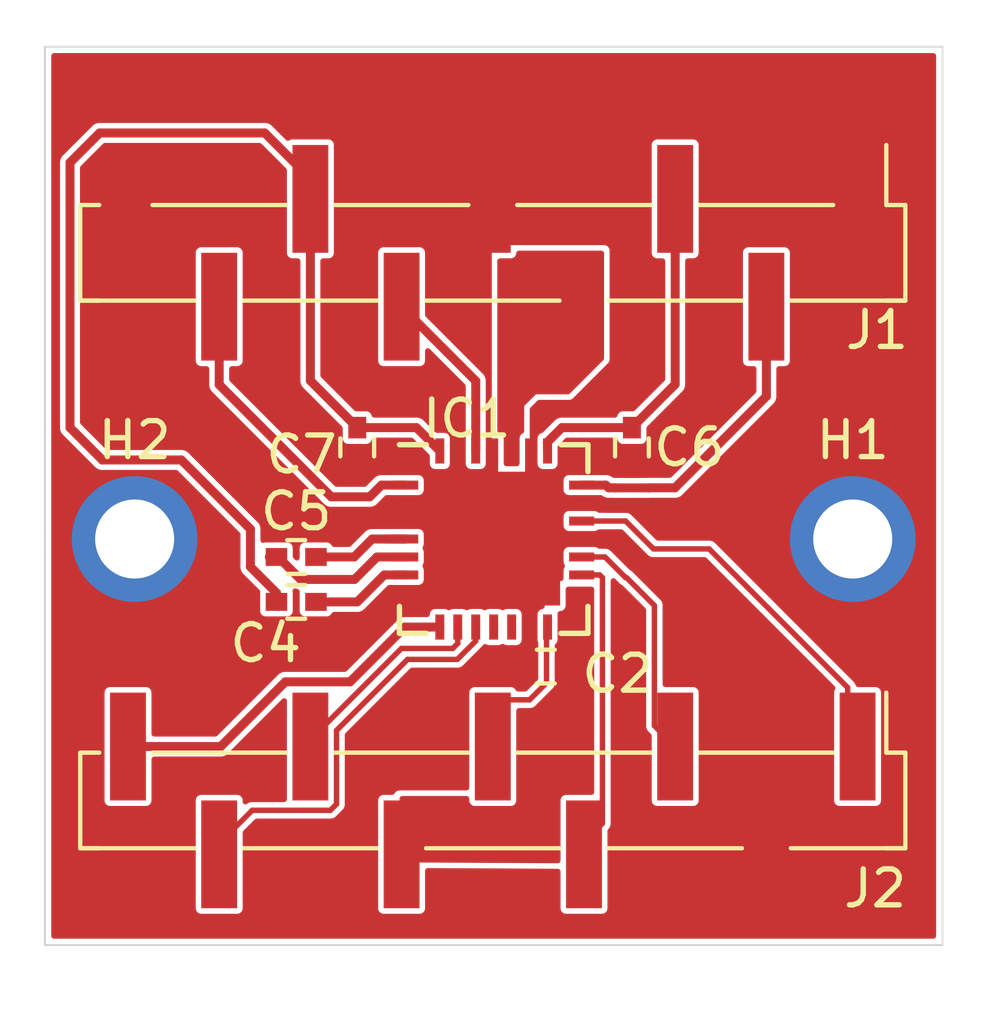
<source format=kicad_pcb>
(kicad_pcb (version 20171130) (host pcbnew 5.1.10-88a1d61d58~88~ubuntu20.04.1)

  (general
    (thickness 1.6)
    (drawings 4)
    (tracks 150)
    (zones 0)
    (modules 10)
    (nets 18)
  )

  (page A4)
  (layers
    (0 F.Cu signal)
    (31 B.Cu signal)
    (32 B.Adhes user)
    (33 F.Adhes user)
    (34 B.Paste user)
    (35 F.Paste user)
    (36 B.SilkS user)
    (37 F.SilkS user)
    (38 B.Mask user)
    (39 F.Mask user)
    (40 Dwgs.User user)
    (41 Cmts.User user)
    (42 Eco1.User user)
    (43 Eco2.User user)
    (44 Edge.Cuts user)
    (45 Margin user)
    (46 B.CrtYd user)
    (47 F.CrtYd user)
    (48 B.Fab user)
    (49 F.Fab user hide)
  )

  (setup
    (last_trace_width 0.25)
    (user_trace_width 0.1524)
    (trace_clearance 0.1524)
    (zone_clearance 0.1524)
    (zone_45_only no)
    (trace_min 0.1524)
    (via_size 0.8)
    (via_drill 0.4)
    (via_min_size 0.4)
    (via_min_drill 0.3)
    (uvia_size 0.3)
    (uvia_drill 0.1)
    (uvias_allowed no)
    (uvia_min_size 0.2)
    (uvia_min_drill 0.1)
    (edge_width 0.05)
    (segment_width 0.2)
    (pcb_text_width 0.3)
    (pcb_text_size 1.5 1.5)
    (mod_edge_width 0.12)
    (mod_text_size 1 1)
    (mod_text_width 0.15)
    (pad_size 1.524 1.524)
    (pad_drill 0.762)
    (pad_to_mask_clearance 0)
    (aux_axis_origin 0 0)
    (visible_elements FFFFFF7F)
    (pcbplotparams
      (layerselection 0x010fc_ffffffff)
      (usegerberextensions false)
      (usegerberattributes true)
      (usegerberadvancedattributes true)
      (creategerberjobfile true)
      (excludeedgelayer true)
      (linewidth 0.100000)
      (plotframeref false)
      (viasonmask false)
      (mode 1)
      (useauxorigin false)
      (hpglpennumber 1)
      (hpglpenspeed 20)
      (hpglpendiameter 15.000000)
      (psnegative false)
      (psa4output false)
      (plotreference true)
      (plotvalue true)
      (plotinvisibletext false)
      (padsonsilk false)
      (subtractmaskfromsilk false)
      (outputformat 1)
      (mirror false)
      (drillshape 1)
      (scaleselection 1)
      (outputdirectory ""))
  )

  (net 0 "")
  (net 1 GND)
  (net 2 +3V3)
  (net 3 Vdrive)
  (net 4 "Net-(C4-Pad1)")
  (net 5 "Net-(C5-Pad2)")
  (net 6 "Net-(C5-Pad1)")
  (net 7 /UART)
  (net 8 /MS2)
  (net 9 /MS1)
  (net 10 /OA2)
  (net 11 /DIR)
  (net 12 /STEP)
  (net 13 /OB1)
  (net 14 /OA1)
  (net 15 /OB2)
  (net 16 /VREF)
  (net 17 /5VOUT)

  (net_class Default "This is the default net class."
    (clearance 0.1524)
    (trace_width 0.25)
    (via_dia 0.8)
    (via_drill 0.4)
    (uvia_dia 0.3)
    (uvia_drill 0.1)
    (add_net +3V3)
    (add_net /5VOUT)
    (add_net /DIR)
    (add_net /MS1)
    (add_net /MS2)
    (add_net /OA1)
    (add_net /OA2)
    (add_net /OB1)
    (add_net /OB2)
    (add_net /STEP)
    (add_net /UART)
    (add_net /VREF)
    (add_net GND)
    (add_net "Net-(C4-Pad1)")
    (add_net "Net-(C5-Pad1)")
    (add_net "Net-(C5-Pad2)")
    (add_net "Net-(IC1-Pad11)")
    (add_net "Net-(IC1-Pad12)")
    (add_net Vdrive)
  )

  (module Pin_Headers:Pin_Header_Straight_1x09_Pitch2.54mm_SMD_Pin1Left (layer F.Cu) (tedit 588DAF27) (tstamp 608BDD07)
    (at 168.475 111.475 270)
    (descr "surface-mounted straight pin header, 1x09, 2.54mm pitch, single row, style 1 (pin 1 left)")
    (tags "Surface mounted pin header SMD 1x09 2.54mm single row style1 pin1 left")
    (path /6090AC92)
    (attr smd)
    (fp_text reference J2 (at 2.45 -10.65 180) (layer F.SilkS)
      (effects (font (size 1 1) (thickness 0.15)))
    )
    (fp_text value Conn_01x09_Male (at 0 12.49 90) (layer F.Fab)
      (effects (font (size 1 1) (thickness 0.15)))
    )
    (fp_line (start 3.25 -11.7) (end -3.25 -11.7) (layer F.CrtYd) (width 0.05))
    (fp_line (start 3.25 11.7) (end 3.25 -11.7) (layer F.CrtYd) (width 0.05))
    (fp_line (start -3.25 11.7) (end 3.25 11.7) (layer F.CrtYd) (width 0.05))
    (fp_line (start -3.25 -11.7) (end -3.25 11.7) (layer F.CrtYd) (width 0.05))
    (fp_line (start -1.33 5.76) (end -1.33 9.48) (layer F.SilkS) (width 0.12))
    (fp_line (start -1.33 0.68) (end -1.33 4.4) (layer F.SilkS) (width 0.12))
    (fp_line (start -1.33 -4.4) (end -1.33 -0.68) (layer F.SilkS) (width 0.12))
    (fp_line (start -1.33 -9.48) (end -1.33 -5.76) (layer F.SilkS) (width 0.12))
    (fp_line (start 1.33 8.3) (end 1.33 11.49) (layer F.SilkS) (width 0.12))
    (fp_line (start 1.33 3.22) (end 1.33 6.94) (layer F.SilkS) (width 0.12))
    (fp_line (start 1.33 -1.86) (end 1.33 1.86) (layer F.SilkS) (width 0.12))
    (fp_line (start 1.33 -6.94) (end 1.33 -3.22) (layer F.SilkS) (width 0.12))
    (fp_line (start -1.33 -10.96) (end -3 -10.96) (layer F.SilkS) (width 0.12))
    (fp_line (start 1.33 -11.49) (end 1.33 -8.3) (layer F.SilkS) (width 0.12))
    (fp_line (start 1.33 11.49) (end 1.33 10.96) (layer F.SilkS) (width 0.12))
    (fp_line (start -1.33 11.49) (end 1.33 11.49) (layer F.SilkS) (width 0.12))
    (fp_line (start -1.33 10.96) (end -1.33 11.49) (layer F.SilkS) (width 0.12))
    (fp_line (start 1.33 -11.49) (end 1.33 -10.96) (layer F.SilkS) (width 0.12))
    (fp_line (start -1.33 -11.49) (end 1.33 -11.49) (layer F.SilkS) (width 0.12))
    (fp_line (start -1.33 -10.96) (end -1.33 -11.49) (layer F.SilkS) (width 0.12))
    (fp_line (start 2.65 7.3) (end 1.27 7.3) (layer F.Fab) (width 0.1))
    (fp_line (start 2.65 7.94) (end 2.65 7.3) (layer F.Fab) (width 0.1))
    (fp_line (start 1.27 7.94) (end 2.65 7.94) (layer F.Fab) (width 0.1))
    (fp_line (start 1.27 7.3) (end 1.27 7.94) (layer F.Fab) (width 0.1))
    (fp_line (start 2.65 2.22) (end 1.27 2.22) (layer F.Fab) (width 0.1))
    (fp_line (start 2.65 2.86) (end 2.65 2.22) (layer F.Fab) (width 0.1))
    (fp_line (start 1.27 2.86) (end 2.65 2.86) (layer F.Fab) (width 0.1))
    (fp_line (start 1.27 2.22) (end 1.27 2.86) (layer F.Fab) (width 0.1))
    (fp_line (start 2.65 -2.86) (end 1.27 -2.86) (layer F.Fab) (width 0.1))
    (fp_line (start 2.65 -2.22) (end 2.65 -2.86) (layer F.Fab) (width 0.1))
    (fp_line (start 1.27 -2.22) (end 2.65 -2.22) (layer F.Fab) (width 0.1))
    (fp_line (start 1.27 -2.86) (end 1.27 -2.22) (layer F.Fab) (width 0.1))
    (fp_line (start 2.65 -7.94) (end 1.27 -7.94) (layer F.Fab) (width 0.1))
    (fp_line (start 2.65 -7.3) (end 2.65 -7.94) (layer F.Fab) (width 0.1))
    (fp_line (start 1.27 -7.3) (end 2.65 -7.3) (layer F.Fab) (width 0.1))
    (fp_line (start 1.27 -7.94) (end 1.27 -7.3) (layer F.Fab) (width 0.1))
    (fp_line (start -2.65 9.84) (end -1.27 9.84) (layer F.Fab) (width 0.1))
    (fp_line (start -2.65 10.48) (end -2.65 9.84) (layer F.Fab) (width 0.1))
    (fp_line (start -1.27 10.48) (end -2.65 10.48) (layer F.Fab) (width 0.1))
    (fp_line (start -1.27 9.84) (end -1.27 10.48) (layer F.Fab) (width 0.1))
    (fp_line (start -2.65 4.76) (end -1.27 4.76) (layer F.Fab) (width 0.1))
    (fp_line (start -2.65 5.4) (end -2.65 4.76) (layer F.Fab) (width 0.1))
    (fp_line (start -1.27 5.4) (end -2.65 5.4) (layer F.Fab) (width 0.1))
    (fp_line (start -1.27 4.76) (end -1.27 5.4) (layer F.Fab) (width 0.1))
    (fp_line (start -2.65 -0.32) (end -1.27 -0.32) (layer F.Fab) (width 0.1))
    (fp_line (start -2.65 0.32) (end -2.65 -0.32) (layer F.Fab) (width 0.1))
    (fp_line (start -1.27 0.32) (end -2.65 0.32) (layer F.Fab) (width 0.1))
    (fp_line (start -1.27 -0.32) (end -1.27 0.32) (layer F.Fab) (width 0.1))
    (fp_line (start -2.65 -5.4) (end -1.27 -5.4) (layer F.Fab) (width 0.1))
    (fp_line (start -2.65 -4.76) (end -2.65 -5.4) (layer F.Fab) (width 0.1))
    (fp_line (start -1.27 -4.76) (end -2.65 -4.76) (layer F.Fab) (width 0.1))
    (fp_line (start -1.27 -5.4) (end -1.27 -4.76) (layer F.Fab) (width 0.1))
    (fp_line (start -2.65 -10.48) (end -1.27 -10.48) (layer F.Fab) (width 0.1))
    (fp_line (start -2.65 -9.84) (end -2.65 -10.48) (layer F.Fab) (width 0.1))
    (fp_line (start -1.27 -9.84) (end -2.65 -9.84) (layer F.Fab) (width 0.1))
    (fp_line (start -1.27 -10.48) (end -1.27 -9.84) (layer F.Fab) (width 0.1))
    (fp_line (start 1.27 -11.43) (end -1.27 -11.43) (layer F.Fab) (width 0.1))
    (fp_line (start 1.27 11.43) (end 1.27 -11.43) (layer F.Fab) (width 0.1))
    (fp_line (start -1.27 11.43) (end 1.27 11.43) (layer F.Fab) (width 0.1))
    (fp_line (start -1.27 -11.43) (end -1.27 11.43) (layer F.Fab) (width 0.1))
    (pad 1 smd rect (at -1.5 -10.16 270) (size 3 1) (layers F.Cu F.Mask)
      (net 11 /DIR))
    (pad 3 smd rect (at -1.5 -5.08 270) (size 3 1) (layers F.Cu F.Mask)
      (net 16 /VREF))
    (pad 5 smd rect (at -1.5 0 270) (size 3 1) (layers F.Cu F.Mask)
      (net 7 /UART))
    (pad 7 smd rect (at -1.5 5.08 270) (size 3 1) (layers F.Cu F.Mask)
      (net 9 /MS1))
    (pad 9 smd rect (at -1.5 10.16 270) (size 3 1) (layers F.Cu F.Mask)
      (net 17 /5VOUT))
    (pad 2 smd rect (at 1.5 -7.62 270) (size 3 1) (layers F.Cu F.Mask)
      (net 1 GND))
    (pad 4 smd rect (at 1.5 -2.54 270) (size 3 1) (layers F.Cu F.Mask)
      (net 12 /STEP))
    (pad 6 smd rect (at 1.5 2.54 270) (size 3 1) (layers F.Cu F.Mask)
      (net 2 +3V3))
    (pad 8 smd rect (at 1.5 7.62 270) (size 3 1) (layers F.Cu F.Mask)
      (net 8 /MS2))
    (model Pin_Headers.3dshapes/Pin_Header_Straight_1x09_Pitch2.54mm_SMD_Pin1Left.wrl
      (at (xyz 0 0 0))
      (scale (xyz 1 1 1))
      (rotate (xyz 0 0 0))
    )
  )

  (module Mounting_Holes:MountingHole_2.2mm_M2_ISO7380_Pad (layer F.Cu) (tedit 56D1B4CB) (tstamp 608C63DA)
    (at 158.5 104.2)
    (descr "Mounting Hole 2.2mm, M2, ISO7380")
    (tags "mounting hole 2.2mm m2 iso7380")
    (path /60977ECA)
    (fp_text reference H2 (at 0 -2.75) (layer F.SilkS)
      (effects (font (size 1 1) (thickness 0.15)))
    )
    (fp_text value 2.5mm (at 0 2.75) (layer F.Fab)
      (effects (font (size 1 1) (thickness 0.15)))
    )
    (fp_circle (center 0 0) (end 2 0) (layer F.CrtYd) (width 0.05))
    (fp_circle (center 0 0) (end 1.75 0) (layer Cmts.User) (width 0.15))
    (pad 1 thru_hole circle (at 0 0) (size 3.5 3.5) (drill 2.2) (layers *.Cu *.Mask)
      (net 1 GND))
  )

  (module Mounting_Holes:MountingHole_2.2mm_M2_ISO7380_Pad (layer F.Cu) (tedit 56D1B4CB) (tstamp 608C6437)
    (at 178.5 104.2)
    (descr "Mounting Hole 2.2mm, M2, ISO7380")
    (tags "mounting hole 2.2mm m2 iso7380")
    (path /60978437)
    (fp_text reference H1 (at 0 -2.75) (layer F.SilkS)
      (effects (font (size 1 1) (thickness 0.15)))
    )
    (fp_text value 2.5mm (at 0 2.75) (layer F.Fab)
      (effects (font (size 1 1) (thickness 0.15)))
    )
    (fp_circle (center 0 0) (end 2 0) (layer F.CrtYd) (width 0.05))
    (fp_circle (center 0 0) (end 1.75 0) (layer Cmts.User) (width 0.15))
    (pad 1 thru_hole circle (at 0 0) (size 3.5 3.5) (drill 2.2) (layers *.Cu *.Mask)
      (net 1 GND))
  )

  (module Capacitors_SMD:C_0402 (layer F.Cu) (tedit 58AA841A) (tstamp 608BE20C)
    (at 164.7 101.65 90)
    (descr "Capacitor SMD 0402, reflow soldering, AVX (see smccp.pdf)")
    (tags "capacitor 0402")
    (path /608C05F5)
    (attr smd)
    (fp_text reference C7 (at -0.2 -1.55 180) (layer F.SilkS)
      (effects (font (size 1 1) (thickness 0.15)))
    )
    (fp_text value 100n (at 0 1.27 90) (layer F.Fab)
      (effects (font (size 1 1) (thickness 0.15)))
    )
    (fp_text user %R (at 0 -1.27 90) (layer F.Fab)
      (effects (font (size 1 1) (thickness 0.15)))
    )
    (fp_line (start 1 0.4) (end -1 0.4) (layer F.CrtYd) (width 0.05))
    (fp_line (start 1 0.4) (end 1 -0.4) (layer F.CrtYd) (width 0.05))
    (fp_line (start -1 -0.4) (end -1 0.4) (layer F.CrtYd) (width 0.05))
    (fp_line (start -1 -0.4) (end 1 -0.4) (layer F.CrtYd) (width 0.05))
    (fp_line (start -0.25 0.47) (end 0.25 0.47) (layer F.SilkS) (width 0.12))
    (fp_line (start 0.25 -0.47) (end -0.25 -0.47) (layer F.SilkS) (width 0.12))
    (fp_line (start -0.5 -0.25) (end 0.5 -0.25) (layer F.Fab) (width 0.1))
    (fp_line (start 0.5 -0.25) (end 0.5 0.25) (layer F.Fab) (width 0.1))
    (fp_line (start 0.5 0.25) (end -0.5 0.25) (layer F.Fab) (width 0.1))
    (fp_line (start -0.5 0.25) (end -0.5 -0.25) (layer F.Fab) (width 0.1))
    (pad 1 smd rect (at -0.55 0 90) (size 0.6 0.5) (layers F.Cu F.Paste F.Mask)
      (net 1 GND))
    (pad 2 smd rect (at 0.55 0 90) (size 0.6 0.5) (layers F.Cu F.Paste F.Mask)
      (net 3 Vdrive))
    (model Capacitors_SMD.3dshapes/C_0402.wrl
      (at (xyz 0 0 0))
      (scale (xyz 1 1 1))
      (rotate (xyz 0 0 0))
    )
  )

  (module Capacitors_SMD:C_0402 (layer F.Cu) (tedit 58AA841A) (tstamp 608BE1FB)
    (at 172.35 101.65 90)
    (descr "Capacitor SMD 0402, reflow soldering, AVX (see smccp.pdf)")
    (tags "capacitor 0402")
    (path /608BFD2C)
    (attr smd)
    (fp_text reference C6 (at 0 1.6 180) (layer F.SilkS)
      (effects (font (size 1 1) (thickness 0.15)))
    )
    (fp_text value 100n (at 0 1.27 90) (layer F.Fab)
      (effects (font (size 1 1) (thickness 0.15)))
    )
    (fp_text user %R (at 0 -1.27 90) (layer F.Fab)
      (effects (font (size 1 1) (thickness 0.15)))
    )
    (fp_line (start 1 0.4) (end -1 0.4) (layer F.CrtYd) (width 0.05))
    (fp_line (start 1 0.4) (end 1 -0.4) (layer F.CrtYd) (width 0.05))
    (fp_line (start -1 -0.4) (end -1 0.4) (layer F.CrtYd) (width 0.05))
    (fp_line (start -1 -0.4) (end 1 -0.4) (layer F.CrtYd) (width 0.05))
    (fp_line (start -0.25 0.47) (end 0.25 0.47) (layer F.SilkS) (width 0.12))
    (fp_line (start 0.25 -0.47) (end -0.25 -0.47) (layer F.SilkS) (width 0.12))
    (fp_line (start -0.5 -0.25) (end 0.5 -0.25) (layer F.Fab) (width 0.1))
    (fp_line (start 0.5 -0.25) (end 0.5 0.25) (layer F.Fab) (width 0.1))
    (fp_line (start 0.5 0.25) (end -0.5 0.25) (layer F.Fab) (width 0.1))
    (fp_line (start -0.5 0.25) (end -0.5 -0.25) (layer F.Fab) (width 0.1))
    (pad 1 smd rect (at -0.55 0 90) (size 0.6 0.5) (layers F.Cu F.Paste F.Mask)
      (net 1 GND))
    (pad 2 smd rect (at 0.55 0 90) (size 0.6 0.5) (layers F.Cu F.Paste F.Mask)
      (net 3 Vdrive))
    (model Capacitors_SMD.3dshapes/C_0402.wrl
      (at (xyz 0 0 0))
      (scale (xyz 1 1 1))
      (rotate (xyz 0 0 0))
    )
  )

  (module Capacitors_SMD:C_0402 (layer F.Cu) (tedit 58AA841A) (tstamp 608BE928)
    (at 163 104.7)
    (descr "Capacitor SMD 0402, reflow soldering, AVX (see smccp.pdf)")
    (tags "capacitor 0402")
    (path /608BDC16)
    (attr smd)
    (fp_text reference C5 (at 0 -1.27) (layer F.SilkS)
      (effects (font (size 1 1) (thickness 0.15)))
    )
    (fp_text value 22n (at 0 1.27) (layer F.Fab)
      (effects (font (size 1 1) (thickness 0.15)))
    )
    (fp_text user %R (at 0 -1.27) (layer F.Fab)
      (effects (font (size 1 1) (thickness 0.15)))
    )
    (fp_line (start 1 0.4) (end -1 0.4) (layer F.CrtYd) (width 0.05))
    (fp_line (start 1 0.4) (end 1 -0.4) (layer F.CrtYd) (width 0.05))
    (fp_line (start -1 -0.4) (end -1 0.4) (layer F.CrtYd) (width 0.05))
    (fp_line (start -1 -0.4) (end 1 -0.4) (layer F.CrtYd) (width 0.05))
    (fp_line (start -0.25 0.47) (end 0.25 0.47) (layer F.SilkS) (width 0.12))
    (fp_line (start 0.25 -0.47) (end -0.25 -0.47) (layer F.SilkS) (width 0.12))
    (fp_line (start -0.5 -0.25) (end 0.5 -0.25) (layer F.Fab) (width 0.1))
    (fp_line (start 0.5 -0.25) (end 0.5 0.25) (layer F.Fab) (width 0.1))
    (fp_line (start 0.5 0.25) (end -0.5 0.25) (layer F.Fab) (width 0.1))
    (fp_line (start -0.5 0.25) (end -0.5 -0.25) (layer F.Fab) (width 0.1))
    (pad 1 smd rect (at -0.55 0) (size 0.6 0.5) (layers F.Cu F.Paste F.Mask)
      (net 6 "Net-(C5-Pad1)"))
    (pad 2 smd rect (at 0.55 0) (size 0.6 0.5) (layers F.Cu F.Paste F.Mask)
      (net 5 "Net-(C5-Pad2)"))
    (model Capacitors_SMD.3dshapes/C_0402.wrl
      (at (xyz 0 0 0))
      (scale (xyz 1 1 1))
      (rotate (xyz 0 0 0))
    )
  )

  (module Capacitors_SMD:C_0402 (layer F.Cu) (tedit 58AA841A) (tstamp 608BE1D9)
    (at 163 105.95 180)
    (descr "Capacitor SMD 0402, reflow soldering, AVX (see smccp.pdf)")
    (tags "capacitor 0402")
    (path /608BCBAE)
    (attr smd)
    (fp_text reference C4 (at 0.85 -1.15) (layer F.SilkS)
      (effects (font (size 1 1) (thickness 0.15)))
    )
    (fp_text value 100n (at 0 1.27) (layer F.Fab)
      (effects (font (size 1 1) (thickness 0.15)))
    )
    (fp_text user %R (at 0 -1.27) (layer F.Fab)
      (effects (font (size 1 1) (thickness 0.15)))
    )
    (fp_line (start 1 0.4) (end -1 0.4) (layer F.CrtYd) (width 0.05))
    (fp_line (start 1 0.4) (end 1 -0.4) (layer F.CrtYd) (width 0.05))
    (fp_line (start -1 -0.4) (end -1 0.4) (layer F.CrtYd) (width 0.05))
    (fp_line (start -1 -0.4) (end 1 -0.4) (layer F.CrtYd) (width 0.05))
    (fp_line (start -0.25 0.47) (end 0.25 0.47) (layer F.SilkS) (width 0.12))
    (fp_line (start 0.25 -0.47) (end -0.25 -0.47) (layer F.SilkS) (width 0.12))
    (fp_line (start -0.5 -0.25) (end 0.5 -0.25) (layer F.Fab) (width 0.1))
    (fp_line (start 0.5 -0.25) (end 0.5 0.25) (layer F.Fab) (width 0.1))
    (fp_line (start 0.5 0.25) (end -0.5 0.25) (layer F.Fab) (width 0.1))
    (fp_line (start -0.5 0.25) (end -0.5 -0.25) (layer F.Fab) (width 0.1))
    (pad 1 smd rect (at -0.55 0 180) (size 0.6 0.5) (layers F.Cu F.Paste F.Mask)
      (net 4 "Net-(C4-Pad1)"))
    (pad 2 smd rect (at 0.55 0 180) (size 0.6 0.5) (layers F.Cu F.Paste F.Mask)
      (net 3 Vdrive))
    (model Capacitors_SMD.3dshapes/C_0402.wrl
      (at (xyz 0 0 0))
      (scale (xyz 1 1 1))
      (rotate (xyz 0 0 0))
    )
  )

  (module Capacitors_SMD:C_0402 (layer F.Cu) (tedit 58AA841A) (tstamp 608BE1B7)
    (at 169.95 107.75)
    (descr "Capacitor SMD 0402, reflow soldering, AVX (see smccp.pdf)")
    (tags "capacitor 0402")
    (path /608BC29D)
    (attr smd)
    (fp_text reference C2 (at 2 0.2) (layer F.SilkS)
      (effects (font (size 1 1) (thickness 0.15)))
    )
    (fp_text value 100n (at 0 1.27) (layer F.Fab)
      (effects (font (size 1 1) (thickness 0.15)))
    )
    (fp_text user %R (at 0 -1.27) (layer F.Fab)
      (effects (font (size 1 1) (thickness 0.15)))
    )
    (fp_line (start 1 0.4) (end -1 0.4) (layer F.CrtYd) (width 0.05))
    (fp_line (start 1 0.4) (end 1 -0.4) (layer F.CrtYd) (width 0.05))
    (fp_line (start -1 -0.4) (end -1 0.4) (layer F.CrtYd) (width 0.05))
    (fp_line (start -1 -0.4) (end 1 -0.4) (layer F.CrtYd) (width 0.05))
    (fp_line (start -0.25 0.47) (end 0.25 0.47) (layer F.SilkS) (width 0.12))
    (fp_line (start 0.25 -0.47) (end -0.25 -0.47) (layer F.SilkS) (width 0.12))
    (fp_line (start -0.5 -0.25) (end 0.5 -0.25) (layer F.Fab) (width 0.1))
    (fp_line (start 0.5 -0.25) (end 0.5 0.25) (layer F.Fab) (width 0.1))
    (fp_line (start 0.5 0.25) (end -0.5 0.25) (layer F.Fab) (width 0.1))
    (fp_line (start -0.5 0.25) (end -0.5 -0.25) (layer F.Fab) (width 0.1))
    (pad 1 smd rect (at -0.55 0) (size 0.6 0.5) (layers F.Cu F.Paste F.Mask)
      (net 1 GND))
    (pad 2 smd rect (at 0.55 0) (size 0.6 0.5) (layers F.Cu F.Paste F.Mask)
      (net 2 +3V3))
    (model Capacitors_SMD.3dshapes/C_0402.wrl
      (at (xyz 0 0 0))
      (scale (xyz 1 1 1))
      (rotate (xyz 0 0 0))
    )
  )

  (module Pin_Headers:Pin_Header_Straight_1x09_Pitch2.54mm_SMD_Pin1Left (layer F.Cu) (tedit 588DAF27) (tstamp 608C500C)
    (at 168.475 96.235 270)
    (descr "surface-mounted straight pin header, 1x09, 2.54mm pitch, single row, style 1 (pin 1 left)")
    (tags "Surface mounted pin header SMD 1x09 2.54mm single row style1 pin1 left")
    (path /608EB5A0)
    (attr smd)
    (fp_text reference J1 (at 2.15 -10.7 180) (layer F.SilkS)
      (effects (font (size 1 1) (thickness 0.15)))
    )
    (fp_text value Conn_01x09_Male (at 0 12.49 90) (layer F.Fab)
      (effects (font (size 1 1) (thickness 0.15)))
    )
    (fp_line (start 3.25 -11.7) (end -3.25 -11.7) (layer F.CrtYd) (width 0.05))
    (fp_line (start 3.25 11.7) (end 3.25 -11.7) (layer F.CrtYd) (width 0.05))
    (fp_line (start -3.25 11.7) (end 3.25 11.7) (layer F.CrtYd) (width 0.05))
    (fp_line (start -3.25 -11.7) (end -3.25 11.7) (layer F.CrtYd) (width 0.05))
    (fp_line (start -1.33 5.76) (end -1.33 9.48) (layer F.SilkS) (width 0.12))
    (fp_line (start -1.33 0.68) (end -1.33 4.4) (layer F.SilkS) (width 0.12))
    (fp_line (start -1.33 -4.4) (end -1.33 -0.68) (layer F.SilkS) (width 0.12))
    (fp_line (start -1.33 -9.48) (end -1.33 -5.76) (layer F.SilkS) (width 0.12))
    (fp_line (start 1.33 8.3) (end 1.33 11.49) (layer F.SilkS) (width 0.12))
    (fp_line (start 1.33 3.22) (end 1.33 6.94) (layer F.SilkS) (width 0.12))
    (fp_line (start 1.33 -1.86) (end 1.33 1.86) (layer F.SilkS) (width 0.12))
    (fp_line (start 1.33 -6.94) (end 1.33 -3.22) (layer F.SilkS) (width 0.12))
    (fp_line (start -1.33 -10.96) (end -3 -10.96) (layer F.SilkS) (width 0.12))
    (fp_line (start 1.33 -11.49) (end 1.33 -8.3) (layer F.SilkS) (width 0.12))
    (fp_line (start 1.33 11.49) (end 1.33 10.96) (layer F.SilkS) (width 0.12))
    (fp_line (start -1.33 11.49) (end 1.33 11.49) (layer F.SilkS) (width 0.12))
    (fp_line (start -1.33 10.96) (end -1.33 11.49) (layer F.SilkS) (width 0.12))
    (fp_line (start 1.33 -11.49) (end 1.33 -10.96) (layer F.SilkS) (width 0.12))
    (fp_line (start -1.33 -11.49) (end 1.33 -11.49) (layer F.SilkS) (width 0.12))
    (fp_line (start -1.33 -10.96) (end -1.33 -11.49) (layer F.SilkS) (width 0.12))
    (fp_line (start 2.65 7.3) (end 1.27 7.3) (layer F.Fab) (width 0.1))
    (fp_line (start 2.65 7.94) (end 2.65 7.3) (layer F.Fab) (width 0.1))
    (fp_line (start 1.27 7.94) (end 2.65 7.94) (layer F.Fab) (width 0.1))
    (fp_line (start 1.27 7.3) (end 1.27 7.94) (layer F.Fab) (width 0.1))
    (fp_line (start 2.65 2.22) (end 1.27 2.22) (layer F.Fab) (width 0.1))
    (fp_line (start 2.65 2.86) (end 2.65 2.22) (layer F.Fab) (width 0.1))
    (fp_line (start 1.27 2.86) (end 2.65 2.86) (layer F.Fab) (width 0.1))
    (fp_line (start 1.27 2.22) (end 1.27 2.86) (layer F.Fab) (width 0.1))
    (fp_line (start 2.65 -2.86) (end 1.27 -2.86) (layer F.Fab) (width 0.1))
    (fp_line (start 2.65 -2.22) (end 2.65 -2.86) (layer F.Fab) (width 0.1))
    (fp_line (start 1.27 -2.22) (end 2.65 -2.22) (layer F.Fab) (width 0.1))
    (fp_line (start 1.27 -2.86) (end 1.27 -2.22) (layer F.Fab) (width 0.1))
    (fp_line (start 2.65 -7.94) (end 1.27 -7.94) (layer F.Fab) (width 0.1))
    (fp_line (start 2.65 -7.3) (end 2.65 -7.94) (layer F.Fab) (width 0.1))
    (fp_line (start 1.27 -7.3) (end 2.65 -7.3) (layer F.Fab) (width 0.1))
    (fp_line (start 1.27 -7.94) (end 1.27 -7.3) (layer F.Fab) (width 0.1))
    (fp_line (start -2.65 9.84) (end -1.27 9.84) (layer F.Fab) (width 0.1))
    (fp_line (start -2.65 10.48) (end -2.65 9.84) (layer F.Fab) (width 0.1))
    (fp_line (start -1.27 10.48) (end -2.65 10.48) (layer F.Fab) (width 0.1))
    (fp_line (start -1.27 9.84) (end -1.27 10.48) (layer F.Fab) (width 0.1))
    (fp_line (start -2.65 4.76) (end -1.27 4.76) (layer F.Fab) (width 0.1))
    (fp_line (start -2.65 5.4) (end -2.65 4.76) (layer F.Fab) (width 0.1))
    (fp_line (start -1.27 5.4) (end -2.65 5.4) (layer F.Fab) (width 0.1))
    (fp_line (start -1.27 4.76) (end -1.27 5.4) (layer F.Fab) (width 0.1))
    (fp_line (start -2.65 -0.32) (end -1.27 -0.32) (layer F.Fab) (width 0.1))
    (fp_line (start -2.65 0.32) (end -2.65 -0.32) (layer F.Fab) (width 0.1))
    (fp_line (start -1.27 0.32) (end -2.65 0.32) (layer F.Fab) (width 0.1))
    (fp_line (start -1.27 -0.32) (end -1.27 0.32) (layer F.Fab) (width 0.1))
    (fp_line (start -2.65 -5.4) (end -1.27 -5.4) (layer F.Fab) (width 0.1))
    (fp_line (start -2.65 -4.76) (end -2.65 -5.4) (layer F.Fab) (width 0.1))
    (fp_line (start -1.27 -4.76) (end -2.65 -4.76) (layer F.Fab) (width 0.1))
    (fp_line (start -1.27 -5.4) (end -1.27 -4.76) (layer F.Fab) (width 0.1))
    (fp_line (start -2.65 -10.48) (end -1.27 -10.48) (layer F.Fab) (width 0.1))
    (fp_line (start -2.65 -9.84) (end -2.65 -10.48) (layer F.Fab) (width 0.1))
    (fp_line (start -1.27 -9.84) (end -2.65 -9.84) (layer F.Fab) (width 0.1))
    (fp_line (start -1.27 -10.48) (end -1.27 -9.84) (layer F.Fab) (width 0.1))
    (fp_line (start 1.27 -11.43) (end -1.27 -11.43) (layer F.Fab) (width 0.1))
    (fp_line (start 1.27 11.43) (end 1.27 -11.43) (layer F.Fab) (width 0.1))
    (fp_line (start -1.27 11.43) (end 1.27 11.43) (layer F.Fab) (width 0.1))
    (fp_line (start -1.27 -11.43) (end -1.27 11.43) (layer F.Fab) (width 0.1))
    (pad 1 smd rect (at -1.5 -10.16 270) (size 3 1) (layers F.Cu F.Mask)
      (net 1 GND))
    (pad 3 smd rect (at -1.5 -5.08 270) (size 3 1) (layers F.Cu F.Mask)
      (net 3 Vdrive))
    (pad 5 smd rect (at -1.5 0 270) (size 3 1) (layers F.Cu F.Mask)
      (net 1 GND))
    (pad 7 smd rect (at -1.5 5.08 270) (size 3 1) (layers F.Cu F.Mask)
      (net 3 Vdrive))
    (pad 9 smd rect (at -1.5 10.16 270) (size 3 1) (layers F.Cu F.Mask)
      (net 1 GND))
    (pad 2 smd rect (at 1.5 -7.62 270) (size 3 1) (layers F.Cu F.Mask)
      (net 10 /OA2))
    (pad 4 smd rect (at 1.5 -2.54 270) (size 3 1) (layers F.Cu F.Mask)
      (net 14 /OA1))
    (pad 6 smd rect (at 1.5 2.54 270) (size 3 1) (layers F.Cu F.Mask)
      (net 13 /OB1))
    (pad 8 smd rect (at 1.5 7.62 270) (size 3 1) (layers F.Cu F.Mask)
      (net 15 /OB2))
    (model Pin_Headers.3dshapes/Pin_Header_Straight_1x09_Pitch2.54mm_SMD_Pin1Left.wrl
      (at (xyz 0 0 0))
      (scale (xyz 1 1 1))
      (rotate (xyz 0 0 0))
    )
  )

  (module library:QFN-28-1EP_5x5mm_Pitch0.5mm_EP3.7x3.7 (layer F.Cu) (tedit 6086A61A) (tstamp 608BE259)
    (at 168.5 104.2)
    (path /608BAF62)
    (attr smd)
    (fp_text reference IC1 (at -0.75 -3.35) (layer F.SilkS)
      (effects (font (size 1 1) (thickness 0.15)))
    )
    (fp_text value TMC2209-LA (at 0.55 3.85) (layer F.Fab)
      (effects (font (size 1 1) (thickness 0.15)))
    )
    (fp_line (start -3.15 -3.15) (end 3.15 -3.15) (layer F.CrtYd) (width 0.05))
    (fp_line (start -2.625 2.625) (end -1.875 2.625) (layer F.SilkS) (width 0.15))
    (fp_line (start 2.625 2.625) (end 2.625 1.875) (layer F.SilkS) (width 0.15))
    (fp_line (start 2.625 -2.625) (end 1.875 -2.625) (layer F.SilkS) (width 0.15))
    (fp_line (start -2.5 2.5) (end -2.5 -1.5) (layer F.Fab) (width 0.15))
    (fp_line (start -2.625 -2.625) (end -1.875 -2.625) (layer F.SilkS) (width 0.15))
    (fp_line (start -1.5 -2.5) (end 2.5 -2.5) (layer F.Fab) (width 0.15))
    (fp_line (start -2.5 -1.5) (end -1.5 -2.5) (layer F.Fab) (width 0.15))
    (fp_line (start 2.5 2.5) (end -2.5 2.5) (layer F.Fab) (width 0.15))
    (fp_line (start -2.625 2.625) (end -2.625 1.875) (layer F.SilkS) (width 0.15))
    (fp_line (start 3.15 -3.15) (end 3.15 3.15) (layer F.CrtYd) (width 0.05))
    (fp_line (start -3.15 -3.15) (end -3.15 3.15) (layer F.CrtYd) (width 0.05))
    (fp_line (start -3.15 3.15) (end 3.15 3.15) (layer F.CrtYd) (width 0.05))
    (fp_line (start 2.5 -2.5) (end 2.5 2.5) (layer F.Fab) (width 0.15))
    (fp_line (start 2.625 2.625) (end 1.875 2.625) (layer F.SilkS) (width 0.15))
    (fp_line (start 2.625 -2.625) (end 2.625 -1.875) (layer F.SilkS) (width 0.15))
    (pad 1 smd rect (at -2.45 -1.5) (size 0.7 0.25) (layers F.Cu F.Paste F.Mask)
      (net 15 /OB2))
    (pad 8 smd rect (at -1.5 2.45 90) (size 0.7 0.25) (layers F.Cu F.Paste F.Mask)
      (net 17 /5VOUT))
    (pad 15 smd rect (at 2.45 1.5 180) (size 0.7 0.25) (layers F.Cu F.Paste F.Mask)
      (net 2 +3V3))
    (pad 22 smd rect (at 1.5 -2.45 270) (size 0.7 0.25) (layers F.Cu F.Paste F.Mask)
      (net 3 Vdrive))
    (pad 29 smd rect (at 0 0 270) (size 3.7 3.7) (layers F.Cu F.Paste F.Mask)
      (net 1 GND))
    (pad 2 smd rect (at -2.45 -1) (size 0.7 0.25) (layers F.Cu F.Paste F.Mask)
      (net 1 GND))
    (pad 3 smd rect (at -2.45 -0.5) (size 0.7 0.25) (layers F.Cu F.Paste F.Mask)
      (net 1 GND))
    (pad 4 smd rect (at -2.45 0) (size 0.7 0.25) (layers F.Cu F.Paste F.Mask)
      (net 5 "Net-(C5-Pad2)"))
    (pad 5 smd rect (at -2.45 0.5) (size 0.7 0.25) (layers F.Cu F.Paste F.Mask)
      (net 6 "Net-(C5-Pad1)"))
    (pad 6 smd rect (at -2.45 1) (size 0.7 0.25) (layers F.Cu F.Paste F.Mask)
      (net 4 "Net-(C4-Pad1)"))
    (pad 7 smd rect (at -2.45 1.5) (size 0.7 0.25) (layers F.Cu F.Paste F.Mask)
      (net 1 GND))
    (pad 23 smd rect (at 1 -2.45 270) (size 0.7 0.25) (layers F.Cu F.Paste F.Mask)
      (net 1 GND))
    (pad 24 smd rect (at 0.5 -2.45 270) (size 0.7 0.25) (layers F.Cu F.Paste F.Mask)
      (net 14 /OA1))
    (pad 25 smd rect (at 0 -2.45 270) (size 0.7 0.25) (layers F.Cu F.Paste F.Mask)
      (net 1 GND))
    (pad 26 smd rect (at -0.5 -2.45 270) (size 0.7 0.25) (layers F.Cu F.Paste F.Mask)
      (net 13 /OB1))
    (pad 27 smd rect (at -1 -2.45 270) (size 0.7 0.25) (layers F.Cu F.Paste F.Mask)
      (net 1 GND))
    (pad 28 smd rect (at -1.5 -2.45 270) (size 0.7 0.25) (layers F.Cu F.Paste F.Mask)
      (net 3 Vdrive))
    (pad 16 smd rect (at 2.45 1 180) (size 0.7 0.25) (layers F.Cu F.Paste F.Mask)
      (net 12 /STEP))
    (pad 17 smd rect (at 2.45 0.5 180) (size 0.7 0.25) (layers F.Cu F.Paste F.Mask)
      (net 16 /VREF))
    (pad 18 smd rect (at 2.45 0 180) (size 0.7 0.25) (layers F.Cu F.Paste F.Mask)
      (net 1 GND))
    (pad 19 smd rect (at 2.45 -0.5 180) (size 0.7 0.25) (layers F.Cu F.Paste F.Mask)
      (net 11 /DIR))
    (pad 20 smd rect (at 2.45 -1 180) (size 0.7 0.25) (layers F.Cu F.Paste F.Mask)
      (net 1 GND))
    (pad 21 smd rect (at 2.45 -1.5 180) (size 0.7 0.25) (layers F.Cu F.Paste F.Mask)
      (net 10 /OA2))
    (pad 9 smd rect (at -1 2.45 90) (size 0.7 0.25) (layers F.Cu F.Paste F.Mask)
      (net 9 /MS1))
    (pad 10 smd rect (at -0.5 2.45 90) (size 0.7 0.25) (layers F.Cu F.Paste F.Mask)
      (net 8 /MS2))
    (pad 11 smd rect (at 0 2.45 90) (size 0.7 0.25) (layers F.Cu F.Paste F.Mask))
    (pad 12 smd rect (at 0.5 2.45 90) (size 0.7 0.25) (layers F.Cu F.Paste F.Mask))
    (pad 13 smd rect (at 1 2.45 90) (size 0.7 0.25) (layers F.Cu F.Paste F.Mask)
      (net 1 GND))
    (pad 14 smd rect (at 1.5 2.45 90) (size 0.7 0.25) (layers F.Cu F.Paste F.Mask)
      (net 7 /UART))
  )

  (gr_line (start 156 90.5) (end 181 90.5) (layer Edge.Cuts) (width 0.05) (tstamp 608F7DFE))
  (gr_line (start 156 115.5) (end 156 90.5) (layer Edge.Cuts) (width 0.05))
  (gr_line (start 181 115.5) (end 156 115.5) (layer Edge.Cuts) (width 0.05))
  (gr_line (start 181 90.5) (end 181 115.5) (layer Edge.Cuts) (width 0.05))

  (segment (start 168 103.7) (end 168.5 104.2) (width 0.25) (layer F.Cu) (net 1))
  (segment (start 166.05 103.7) (end 168 103.7) (width 0.25) (layer F.Cu) (net 1))
  (segment (start 170.95 104.2) (end 168.5 104.2) (width 0.25) (layer F.Cu) (net 1))
  (segment (start 168.5 101.75) (end 168.5 104.2) (width 0.25) (layer F.Cu) (net 1))
  (segment (start 167 105.7) (end 168.5 104.2) (width 0.25) (layer F.Cu) (net 1))
  (segment (start 166.05 105.7) (end 167 105.7) (width 0.25) (layer F.Cu) (net 1))
  (segment (start 170.95 103.2) (end 169.5 103.2) (width 0.25) (layer F.Cu) (net 1))
  (segment (start 171.75 102.2) (end 170.5 102.2) (width 0.25) (layer F.Cu) (net 1))
  (segment (start 170.5 102.2) (end 168.5 104.2) (width 0.25) (layer F.Cu) (net 1))
  (segment (start 170.95 103.2) (end 171.25 103.2) (width 0.1524) (layer F.Cu) (net 1))
  (segment (start 166.527401 102.227401) (end 168.5 104.2) (width 0.25) (layer F.Cu) (net 1))
  (segment (start 166.5 102.2) (end 168.5 104.2) (width 0.25) (layer F.Cu) (net 1))
  (segment (start 164.7 102.2) (end 166.5 102.2) (width 0.25) (layer F.Cu) (net 1))
  (segment (start 171.75 102.2) (end 172.35 102.2) (width 0.25) (layer F.Cu) (net 1))
  (segment (start 169.4 107.85) (end 169.5 107.75) (width 0.25) (layer F.Cu) (net 1))
  (segment (start 160.64 107.9) (end 160.59 107.95) (width 0.25) (layer F.Cu) (net 1))
  (segment (start 160.64 107.34) (end 158.65 105.35) (width 0.25) (layer F.Cu) (net 1))
  (segment (start 160.64 107.9) (end 160.64 107.34) (width 0.25) (layer F.Cu) (net 1))
  (segment (start 166.05 103.2) (end 166.05 103.7) (width 0.25) (layer F.Cu) (net 1))
  (segment (start 169.5 103.2) (end 168.5 104.2) (width 0.25) (layer F.Cu) (net 1))
  (segment (start 169.5 101.75) (end 169.5 103.2) (width 0.25) (layer F.Cu) (net 1))
  (segment (start 167.5 103.2) (end 168.5 104.2) (width 0.25) (layer F.Cu) (net 1))
  (segment (start 167.5 101.75) (end 167.5 103.2) (width 0.25) (layer F.Cu) (net 1))
  (segment (start 167.5 101.75) (end 167.5 100.3) (width 0.25) (layer F.Cu) (net 1))
  (segment (start 167.5 100.3) (end 166.85 99.65) (width 0.25) (layer F.Cu) (net 1))
  (segment (start 165.350678 99.65) (end 164.775 99.074322) (width 0.25) (layer F.Cu) (net 1))
  (segment (start 166.85 99.65) (end 165.350678 99.65) (width 0.25) (layer F.Cu) (net 1))
  (segment (start 164.775 99.074322) (end 164.775 95.9) (width 0.25) (layer F.Cu) (net 1))
  (segment (start 165.94 94.735) (end 168.475 94.735) (width 0.25) (layer F.Cu) (net 1))
  (segment (start 164.775 95.9) (end 165.94 94.735) (width 0.25) (layer F.Cu) (net 1))
  (segment (start 158.125 94.925) (end 158.315 94.735) (width 0.25) (layer F.Cu) (net 1))
  (segment (start 158.975 100.85) (end 158.125 100) (width 0.25) (layer F.Cu) (net 1))
  (segment (start 159.975 100.85) (end 158.975 100.85) (width 0.25) (layer F.Cu) (net 1))
  (segment (start 158.125 100) (end 158.125 94.925) (width 0.25) (layer F.Cu) (net 1))
  (segment (start 162.825 103.7) (end 159.975 100.85) (width 0.25) (layer F.Cu) (net 1))
  (segment (start 166.05 103.7) (end 162.825 103.7) (width 0.25) (layer F.Cu) (net 1))
  (segment (start 169.5 107.65) (end 169.5 106.65) (width 0.25) (layer F.Cu) (net 1))
  (segment (start 169.4 107.75) (end 169.5 107.65) (width 0.25) (layer F.Cu) (net 1))
  (segment (start 169.5 105.2) (end 168.5 104.2) (width 0.25) (layer F.Cu) (net 1))
  (segment (start 169.5 106.65) (end 169.5 105.2) (width 0.25) (layer F.Cu) (net 1))
  (segment (start 161.192411 107.347589) (end 160.64 107.9) (width 0.25) (layer F.Cu) (net 1))
  (segment (start 164.402411 107.347589) (end 161.192411 107.347589) (width 0.25) (layer F.Cu) (net 1))
  (segment (start 166.05 105.7) (end 164.402411 107.347589) (width 0.25) (layer F.Cu) (net 1))
  (segment (start 178.575 94.795) (end 178.635 94.735) (width 0.25) (layer F.Cu) (net 1))
  (segment (start 178.575 100.35) (end 178.575 94.795) (width 0.25) (layer F.Cu) (net 1))
  (segment (start 175.578611 103.346389) (end 178.575 100.35) (width 0.25) (layer F.Cu) (net 1))
  (segment (start 171.5 103.2) (end 171.646389 103.346389) (width 0.25) (layer F.Cu) (net 1))
  (segment (start 171.646389 103.346389) (end 175.578611 103.346389) (width 0.25) (layer F.Cu) (net 1))
  (segment (start 170.95 103.2) (end 171.5 103.2) (width 0.25) (layer F.Cu) (net 1))
  (segment (start 171.6 104.7) (end 172.175 105.275) (width 0.1524) (layer F.Cu) (net 16))
  (segment (start 170.95 104.7) (end 171.6 104.7) (width 0.1524) (layer F.Cu) (net 16))
  (segment (start 170.5 107.85) (end 170.5 106.377401) (width 0.25) (layer F.Cu) (net 2))
  (segment (start 170.95 105.927401) (end 170.95 105.7) (width 0.25) (layer F.Cu) (net 2))
  (segment (start 170.5 106.377401) (end 170.95 105.927401) (width 0.25) (layer F.Cu) (net 2))
  (segment (start 168.25 112.9) (end 166.76 112.9) (width 0.25) (layer F.Cu) (net 2))
  (segment (start 170.5 110.65) (end 168.25 112.9) (width 0.25) (layer F.Cu) (net 2))
  (segment (start 170.5 107.75) (end 170.5 110.65) (width 0.25) (layer F.Cu) (net 2))
  (segment (start 165.66 112.9) (end 166.025 112.9) (width 0.1524) (layer F.Cu) (net 2))
  (segment (start 166.01 112.9) (end 165.935 112.975) (width 0.1524) (layer F.Cu) (net 2))
  (segment (start 166.76 112.9) (end 166.01 112.9) (width 0.1524) (layer F.Cu) (net 2))
  (segment (start 157.525 92.9) (end 162.125 92.9) (width 0.25) (layer F.Cu) (net 3))
  (segment (start 156.7 101.1) (end 156.7 93.725) (width 0.25) (layer F.Cu) (net 3))
  (segment (start 163.65 94.48) (end 163.395 94.735) (width 0.25) (layer F.Cu) (net 3))
  (segment (start 157.6 102) (end 156.7 101.1) (width 0.25) (layer F.Cu) (net 3))
  (segment (start 159.8 102) (end 157.6 102) (width 0.25) (layer F.Cu) (net 3))
  (segment (start 162.125 92.9) (end 163.65 94.425) (width 0.25) (layer F.Cu) (net 3))
  (segment (start 161.725 103.925) (end 159.8 102) (width 0.25) (layer F.Cu) (net 3))
  (segment (start 161.725 104.975) (end 161.725 103.925) (width 0.25) (layer F.Cu) (net 3))
  (segment (start 163.65 94.425) (end 163.65 94.48) (width 0.25) (layer F.Cu) (net 3))
  (segment (start 156.7 93.725) (end 157.525 92.9) (width 0.25) (layer F.Cu) (net 3))
  (segment (start 162.45 105.7) (end 161.725 104.975) (width 0.25) (layer F.Cu) (net 3))
  (segment (start 162.45 105.95) (end 162.45 105.7) (width 0.25) (layer F.Cu) (net 3))
  (segment (start 170 101.75) (end 170 101.5) (width 0.25) (layer F.Cu) (net 3))
  (segment (start 170.4 101.1) (end 172.35 101.1) (width 0.25) (layer F.Cu) (net 3))
  (segment (start 170 101.5) (end 170.4 101.1) (width 0.25) (layer F.Cu) (net 3))
  (segment (start 173.555 99.895) (end 172.35 101.1) (width 0.25) (layer F.Cu) (net 3))
  (segment (start 173.555 94.735) (end 173.555 99.895) (width 0.25) (layer F.Cu) (net 3))
  (segment (start 163.395 99.795) (end 164.7 101.1) (width 0.25) (layer F.Cu) (net 3))
  (segment (start 163.395 94.735) (end 163.395 99.795) (width 0.25) (layer F.Cu) (net 3))
  (segment (start 166.35 101.1) (end 167 101.75) (width 0.25) (layer F.Cu) (net 3))
  (segment (start 164.7 101.1) (end 166.35 101.1) (width 0.25) (layer F.Cu) (net 3))
  (segment (start 165.45 105.2) (end 164.7 105.95) (width 0.25) (layer F.Cu) (net 4))
  (segment (start 164.7 105.95) (end 163.55 105.95) (width 0.25) (layer F.Cu) (net 4))
  (segment (start 166.05 105.2) (end 165.45 105.2) (width 0.25) (layer F.Cu) (net 4))
  (segment (start 166.05 104.2) (end 165.5 104.2) (width 0.25) (layer F.Cu) (net 5))
  (segment (start 166.05 104.2) (end 165.11359 104.2) (width 0.25) (layer F.Cu) (net 5))
  (segment (start 165.11359 104.2) (end 164.61359 104.7) (width 0.25) (layer F.Cu) (net 5))
  (segment (start 164.61359 104.7) (end 163.75 104.7) (width 0.25) (layer F.Cu) (net 5))
  (segment (start 162.496413 104.7) (end 162.25 104.7) (width 0.25) (layer F.Cu) (net 6))
  (segment (start 163.121413 105.325) (end 162.496413 104.7) (width 0.25) (layer F.Cu) (net 6))
  (segment (start 164.625 105.325) (end 163.121413 105.325) (width 0.25) (layer F.Cu) (net 6))
  (segment (start 165.25 104.7) (end 164.625 105.325) (width 0.25) (layer F.Cu) (net 6))
  (segment (start 166.05 104.7) (end 165.25 104.7) (width 0.25) (layer F.Cu) (net 6))
  (segment (start 168.825 108.675) (end 168.2 109.3) (width 0.1524) (layer F.Cu) (net 7))
  (segment (start 168.2 109.3) (end 168.2 109.9) (width 0.1524) (layer F.Cu) (net 7))
  (segment (start 169.5 108.675) (end 168.825 108.675) (width 0.1524) (layer F.Cu) (net 7))
  (segment (start 169.971399 108.203601) (end 169.5 108.675) (width 0.1524) (layer F.Cu) (net 7))
  (segment (start 169.971399 106.678601) (end 169.971399 108.203601) (width 0.1524) (layer F.Cu) (net 7))
  (segment (start 170 106.65) (end 169.971399 106.678601) (width 0.1524) (layer F.Cu) (net 7))
  (segment (start 168 107.036482) (end 168 106.65) (width 0.1524) (layer F.Cu) (net 8))
  (segment (start 164.123601 109.526399) (end 166.1 107.55) (width 0.1524) (layer F.Cu) (net 8))
  (segment (start 164.123601 111.576399) (end 164.123601 109.526399) (width 0.1524) (layer F.Cu) (net 8))
  (segment (start 163.95 111.75) (end 164.123601 111.576399) (width 0.1524) (layer F.Cu) (net 8))
  (segment (start 160.625 112.9) (end 161.775 111.75) (width 0.1524) (layer F.Cu) (net 8))
  (segment (start 161.775 111.75) (end 163.95 111.75) (width 0.1524) (layer F.Cu) (net 8))
  (segment (start 160.58 112.9) (end 160.625 112.9) (width 0.1524) (layer F.Cu) (net 8))
  (segment (start 167.486483 107.55) (end 168 107.036482) (width 0.1524) (layer F.Cu) (net 8))
  (segment (start 166.1 107.55) (end 167.486483 107.55) (width 0.1524) (layer F.Cu) (net 8))
  (segment (start 160.58 112.745) (end 160.58 112.9) (width 0.1524) (layer F.Cu) (net 8))
  (segment (start 163.275 109.9) (end 163.12 109.9) (width 0.1524) (layer F.Cu) (net 9))
  (segment (start 165.929811 107.245189) (end 163.275 109.9) (width 0.1524) (layer F.Cu) (net 9))
  (segment (start 167.5 106.65) (end 167.5 107.105416) (width 0.1524) (layer F.Cu) (net 9))
  (segment (start 167.5 107.105416) (end 167.360227 107.245189) (width 0.1524) (layer F.Cu) (net 9))
  (segment (start 167.360227 107.245189) (end 165.929811 107.245189) (width 0.1524) (layer F.Cu) (net 9))
  (segment (start 176.095 100.23) (end 176.095 97.735) (width 0.25) (layer F.Cu) (net 10))
  (segment (start 173.55 102.775) (end 176.095 100.23) (width 0.25) (layer F.Cu) (net 10))
  (segment (start 172.824322 102.775) (end 173.55 102.775) (width 0.25) (layer F.Cu) (net 10))
  (segment (start 172.821921 102.777401) (end 172.824322 102.775) (width 0.25) (layer F.Cu) (net 10))
  (segment (start 171.878079 102.777401) (end 172.821921 102.777401) (width 0.25) (layer F.Cu) (net 10))
  (segment (start 171.875678 102.775) (end 171.878079 102.777401) (width 0.25) (layer F.Cu) (net 10))
  (segment (start 171.7 102.775) (end 171.875678 102.775) (width 0.25) (layer F.Cu) (net 10))
  (segment (start 171.625 102.7) (end 171.7 102.775) (width 0.25) (layer F.Cu) (net 10))
  (segment (start 170.95 102.7) (end 171.625 102.7) (width 0.25) (layer F.Cu) (net 10))
  (segment (start 178.36 108.335) (end 178.36 109.9) (width 0.1524) (layer F.Cu) (net 11))
  (segment (start 174.5 104.475) (end 178.36 108.335) (width 0.1524) (layer F.Cu) (net 11))
  (segment (start 172.95 104.475) (end 174.5 104.475) (width 0.1524) (layer F.Cu) (net 11))
  (segment (start 172.175 103.7) (end 172.95 104.475) (width 0.1524) (layer F.Cu) (net 11))
  (segment (start 170.95 103.7) (end 172.175 103.7) (width 0.1524) (layer F.Cu) (net 11))
  (segment (start 171.528601 105.276201) (end 171.4524 105.2) (width 0.1524) (layer F.Cu) (net 12))
  (segment (start 171.4524 105.2) (end 170.95 105.2) (width 0.1524) (layer F.Cu) (net 12))
  (segment (start 171.528601 112.111399) (end 171.528601 105.276201) (width 0.1524) (layer F.Cu) (net 12))
  (segment (start 170.74 112.9) (end 171.528601 112.111399) (width 0.1524) (layer F.Cu) (net 12))
  (segment (start 168 99.8) (end 165.935 97.735) (width 0.25) (layer F.Cu) (net 13))
  (segment (start 168 101.75) (end 168 99.8) (width 0.25) (layer F.Cu) (net 13))
  (segment (start 169 99.75) (end 171.015 97.735) (width 0.25) (layer F.Cu) (net 14))
  (segment (start 169 101.75) (end 169 99.75) (width 0.25) (layer F.Cu) (net 14))
  (segment (start 160.855 99.905) (end 160.855 97.735) (width 0.25) (layer F.Cu) (net 15))
  (segment (start 163.975 103.025) (end 160.855 99.905) (width 0.25) (layer F.Cu) (net 15))
  (segment (start 165.05 103.025) (end 163.975 103.025) (width 0.25) (layer F.Cu) (net 15))
  (segment (start 165.375 102.7) (end 165.05 103.025) (width 0.25) (layer F.Cu) (net 15))
  (segment (start 166.05 102.7) (end 165.375 102.7) (width 0.25) (layer F.Cu) (net 15))
  (segment (start 172.975 109.395) (end 173.555 109.975) (width 0.1524) (layer F.Cu) (net 16))
  (segment (start 172.975 106.05) (end 172.975 109.395) (width 0.1524) (layer F.Cu) (net 16))
  (segment (start 172.2 105.275) (end 172.975 106.05) (width 0.1524) (layer F.Cu) (net 16))
  (segment (start 172.175 105.275) (end 172.2 105.275) (width 0.1524) (layer F.Cu) (net 16))
  (segment (start 166.02492 106.65) (end 167 106.65) (width 0.25) (layer F.Cu) (net 17))
  (segment (start 164.49992 108.175) (end 166.02492 106.65) (width 0.25) (layer F.Cu) (net 17))
  (segment (start 162.695678 108.175) (end 164.49992 108.175) (width 0.25) (layer F.Cu) (net 17))
  (segment (start 160.895678 109.975) (end 162.695678 108.175) (width 0.25) (layer F.Cu) (net 17))
  (segment (start 158.315 109.975) (end 160.895678 109.975) (width 0.25) (layer F.Cu) (net 17))

  (zone (net 1) (net_name GND) (layer F.Cu) (tstamp 60901486) (hatch edge 0.508)
    (connect_pads yes (clearance 0.1524))
    (min_thickness 0.1524)
    (fill yes (arc_segments 32) (thermal_gap 0.508) (thermal_bridge_width 0.508))
    (polygon
      (pts
        (xy 182.75 117.7) (xy 154.75 117.7) (xy 154.75 89.2) (xy 182.75 89.2)
      )
    )
    (filled_polygon
      (pts
        (xy 180.746401 115.2464) (xy 156.2536 115.2464) (xy 156.2536 108.475) (xy 157.585294 108.475) (xy 157.585294 111.475)
        (xy 157.589708 111.519813) (xy 157.602779 111.562905) (xy 157.624006 111.602618) (xy 157.652573 111.637427) (xy 157.687382 111.665994)
        (xy 157.727095 111.687221) (xy 157.770187 111.700292) (xy 157.815 111.704706) (xy 158.815 111.704706) (xy 158.859813 111.700292)
        (xy 158.902905 111.687221) (xy 158.942618 111.665994) (xy 158.977427 111.637427) (xy 159.005994 111.602618) (xy 159.027221 111.562905)
        (xy 159.040292 111.519813) (xy 159.044706 111.475) (xy 159.044706 110.3286) (xy 160.878326 110.3286) (xy 160.895678 110.330309)
        (xy 160.91303 110.3286) (xy 160.91304 110.3286) (xy 160.964996 110.323483) (xy 161.031649 110.303264) (xy 161.093078 110.270429)
        (xy 161.14692 110.226242) (xy 161.157991 110.212752) (xy 162.665294 108.70545) (xy 162.665294 111.4452) (xy 161.789958 111.4452)
        (xy 161.775 111.443727) (xy 161.760042 111.4452) (xy 161.760034 111.4452) (xy 161.715249 111.449611) (xy 161.657794 111.46704)
        (xy 161.604843 111.495342) (xy 161.584706 111.511869) (xy 161.584706 111.475) (xy 161.580292 111.430187) (xy 161.567221 111.387095)
        (xy 161.545994 111.347382) (xy 161.517427 111.312573) (xy 161.482618 111.284006) (xy 161.442905 111.262779) (xy 161.399813 111.249708)
        (xy 161.355 111.245294) (xy 160.355 111.245294) (xy 160.310187 111.249708) (xy 160.267095 111.262779) (xy 160.227382 111.284006)
        (xy 160.192573 111.312573) (xy 160.164006 111.347382) (xy 160.142779 111.387095) (xy 160.129708 111.430187) (xy 160.125294 111.475)
        (xy 160.125294 114.475) (xy 160.129708 114.519813) (xy 160.142779 114.562905) (xy 160.164006 114.602618) (xy 160.192573 114.637427)
        (xy 160.227382 114.665994) (xy 160.267095 114.687221) (xy 160.310187 114.700292) (xy 160.355 114.704706) (xy 161.355 114.704706)
        (xy 161.399813 114.700292) (xy 161.442905 114.687221) (xy 161.482618 114.665994) (xy 161.517427 114.637427) (xy 161.545994 114.602618)
        (xy 161.567221 114.562905) (xy 161.580292 114.519813) (xy 161.584706 114.475) (xy 161.584706 112.371346) (xy 161.901252 112.0548)
        (xy 163.935042 112.0548) (xy 163.95 112.056273) (xy 163.964958 112.0548) (xy 163.964966 112.0548) (xy 164.009751 112.050389)
        (xy 164.067206 112.03296) (xy 164.120157 112.004658) (xy 164.166568 111.966568) (xy 164.176112 111.954939) (xy 164.328541 111.80251)
        (xy 164.340169 111.792967) (xy 164.378259 111.746556) (xy 164.406561 111.693605) (xy 164.42399 111.63615) (xy 164.428401 111.591365)
        (xy 164.428401 111.591357) (xy 164.429874 111.576399) (xy 164.428401 111.561441) (xy 164.428401 111.475) (xy 165.205294 111.475)
        (xy 165.205294 114.475) (xy 165.209708 114.519813) (xy 165.222779 114.562905) (xy 165.244006 114.602618) (xy 165.272573 114.637427)
        (xy 165.307382 114.665994) (xy 165.347095 114.687221) (xy 165.390187 114.700292) (xy 165.435 114.704706) (xy 166.435 114.704706)
        (xy 166.479813 114.700292) (xy 166.522905 114.687221) (xy 166.562618 114.665994) (xy 166.597427 114.637427) (xy 166.625994 114.602618)
        (xy 166.647221 114.562905) (xy 166.660292 114.519813) (xy 166.664706 114.475) (xy 166.664706 113.432602) (xy 170.285294 113.452173)
        (xy 170.285294 114.475) (xy 170.289708 114.519813) (xy 170.302779 114.562905) (xy 170.324006 114.602618) (xy 170.352573 114.637427)
        (xy 170.387382 114.665994) (xy 170.427095 114.687221) (xy 170.470187 114.700292) (xy 170.515 114.704706) (xy 171.515 114.704706)
        (xy 171.559813 114.700292) (xy 171.602905 114.687221) (xy 171.642618 114.665994) (xy 171.677427 114.637427) (xy 171.705994 114.602618)
        (xy 171.727221 114.562905) (xy 171.740292 114.519813) (xy 171.744706 114.475) (xy 171.744706 112.328347) (xy 171.745169 112.327967)
        (xy 171.783259 112.281556) (xy 171.811561 112.228605) (xy 171.82899 112.17115) (xy 171.833401 112.126365) (xy 171.833401 112.126358)
        (xy 171.834874 112.1114) (xy 171.833401 112.096442) (xy 171.833401 105.364453) (xy 171.948891 105.479943) (xy 171.958432 105.491568)
        (xy 172.004843 105.529658) (xy 172.043448 105.550292) (xy 172.045151 105.551202) (xy 172.6702 106.176253) (xy 172.670201 109.380032)
        (xy 172.668727 109.395) (xy 172.674611 109.454751) (xy 172.69204 109.512205) (xy 172.699627 109.526399) (xy 172.720343 109.565157)
        (xy 172.758433 109.611568) (xy 172.770056 109.621108) (xy 172.825294 109.676345) (xy 172.825294 111.475) (xy 172.829708 111.519813)
        (xy 172.842779 111.562905) (xy 172.864006 111.602618) (xy 172.892573 111.637427) (xy 172.927382 111.665994) (xy 172.967095 111.687221)
        (xy 173.010187 111.700292) (xy 173.055 111.704706) (xy 174.055 111.704706) (xy 174.099813 111.700292) (xy 174.142905 111.687221)
        (xy 174.182618 111.665994) (xy 174.217427 111.637427) (xy 174.245994 111.602618) (xy 174.267221 111.562905) (xy 174.280292 111.519813)
        (xy 174.284706 111.475) (xy 174.284706 108.475) (xy 174.280292 108.430187) (xy 174.267221 108.387095) (xy 174.245994 108.347382)
        (xy 174.217427 108.312573) (xy 174.182618 108.284006) (xy 174.142905 108.262779) (xy 174.099813 108.249708) (xy 174.055 108.245294)
        (xy 173.2798 108.245294) (xy 173.2798 106.064958) (xy 173.281273 106.05) (xy 173.2798 106.035042) (xy 173.2798 106.035034)
        (xy 173.275389 105.990249) (xy 173.25796 105.932794) (xy 173.229658 105.879843) (xy 173.211801 105.858085) (xy 173.201109 105.845056)
        (xy 173.201103 105.84505) (xy 173.191568 105.833432) (xy 173.179951 105.823898) (xy 172.426112 105.070061) (xy 172.416568 105.058432)
        (xy 172.370157 105.020342) (xy 172.32985 104.998798) (xy 171.826112 104.495061) (xy 171.816568 104.483432) (xy 171.770157 104.445342)
        (xy 171.717206 104.41704) (xy 171.659751 104.399611) (xy 171.614966 104.3952) (xy 171.614958 104.3952) (xy 171.6 104.393727)
        (xy 171.585042 104.3952) (xy 171.441258 104.3952) (xy 171.427618 104.384006) (xy 171.387905 104.362779) (xy 171.344813 104.349708)
        (xy 171.3 104.345294) (xy 170.6 104.345294) (xy 170.555187 104.349708) (xy 170.512095 104.362779) (xy 170.472382 104.384006)
        (xy 170.437573 104.412573) (xy 170.409006 104.447382) (xy 170.387779 104.487095) (xy 170.374708 104.530187) (xy 170.370294 104.575)
        (xy 170.370294 104.825) (xy 170.374708 104.869813) (xy 170.387779 104.912905) (xy 170.407607 104.95) (xy 170.387779 104.987095)
        (xy 170.374708 105.030187) (xy 170.370294 105.075) (xy 170.370294 105.2964) (xy 170.1 105.2964) (xy 170.065917 105.298955)
        (xy 170.022472 105.309948) (xy 169.982007 105.329205) (xy 169.946077 105.355986) (xy 169.916061 105.389263) (xy 169.893115 105.427756)
        (xy 169.878119 105.469985) (xy 169.871649 105.514329) (xy 169.845534 106.073196) (xy 169.830187 106.074708) (xy 169.787095 106.087779)
        (xy 169.747382 106.109006) (xy 169.712573 106.137573) (xy 169.684006 106.172382) (xy 169.662779 106.212095) (xy 169.649708 106.255187)
        (xy 169.645294 106.3) (xy 169.645294 107) (xy 169.649708 107.044813) (xy 169.662779 107.087905) (xy 169.666599 107.095052)
        (xy 169.6666 108.077348) (xy 169.373749 108.3702) (xy 169.17819 108.3702) (xy 169.165994 108.347382) (xy 169.137427 108.312573)
        (xy 169.102618 108.284006) (xy 169.062905 108.262779) (xy 169.019813 108.249708) (xy 168.975 108.245294) (xy 167.975 108.245294)
        (xy 167.930187 108.249708) (xy 167.887095 108.262779) (xy 167.847382 108.284006) (xy 167.812573 108.312573) (xy 167.784006 108.347382)
        (xy 167.762779 108.387095) (xy 167.749708 108.430187) (xy 167.745294 108.475) (xy 167.745294 111.1214) (xy 165.875 111.1214)
        (xy 165.824361 111.127079) (xy 165.781845 111.141242) (xy 165.742908 111.163427) (xy 165.709047 111.192782) (xy 165.681564 111.228178)
        (xy 165.673002 111.245294) (xy 165.435 111.245294) (xy 165.390187 111.249708) (xy 165.347095 111.262779) (xy 165.307382 111.284006)
        (xy 165.272573 111.312573) (xy 165.244006 111.347382) (xy 165.222779 111.387095) (xy 165.209708 111.430187) (xy 165.205294 111.475)
        (xy 164.428401 111.475) (xy 164.428401 109.65265) (xy 166.226252 107.8548) (xy 167.471525 107.8548) (xy 167.486483 107.856273)
        (xy 167.501441 107.8548) (xy 167.501449 107.8548) (xy 167.546234 107.850389) (xy 167.603689 107.83296) (xy 167.65664 107.804658)
        (xy 167.703051 107.766568) (xy 167.712595 107.754939) (xy 168.204945 107.262589) (xy 168.216568 107.25305) (xy 168.254658 107.206639)
        (xy 168.259545 107.197495) (xy 168.287095 107.212221) (xy 168.330187 107.225292) (xy 168.375 107.229706) (xy 168.625 107.229706)
        (xy 168.669813 107.225292) (xy 168.712905 107.212221) (xy 168.75 107.192393) (xy 168.787095 107.212221) (xy 168.830187 107.225292)
        (xy 168.875 107.229706) (xy 169.125 107.229706) (xy 169.169813 107.225292) (xy 169.212905 107.212221) (xy 169.252618 107.190994)
        (xy 169.287427 107.162427) (xy 169.315994 107.127618) (xy 169.337221 107.087905) (xy 169.350292 107.044813) (xy 169.354706 107)
        (xy 169.354706 106.3) (xy 169.350292 106.255187) (xy 169.337221 106.212095) (xy 169.315994 106.172382) (xy 169.287427 106.137573)
        (xy 169.252618 106.109006) (xy 169.212905 106.087779) (xy 169.169813 106.074708) (xy 169.125 106.070294) (xy 168.875 106.070294)
        (xy 168.830187 106.074708) (xy 168.787095 106.087779) (xy 168.75 106.107607) (xy 168.712905 106.087779) (xy 168.669813 106.074708)
        (xy 168.625 106.070294) (xy 168.375 106.070294) (xy 168.330187 106.074708) (xy 168.287095 106.087779) (xy 168.25 106.107607)
        (xy 168.212905 106.087779) (xy 168.169813 106.074708) (xy 168.125 106.070294) (xy 167.875 106.070294) (xy 167.830187 106.074708)
        (xy 167.787095 106.087779) (xy 167.75 106.107607) (xy 167.712905 106.087779) (xy 167.669813 106.074708) (xy 167.625 106.070294)
        (xy 167.375 106.070294) (xy 167.330187 106.074708) (xy 167.287095 106.087779) (xy 167.25 106.107607) (xy 167.212905 106.087779)
        (xy 167.169813 106.074708) (xy 167.125 106.070294) (xy 166.875 106.070294) (xy 166.830187 106.074708) (xy 166.787095 106.087779)
        (xy 166.747382 106.109006) (xy 166.712573 106.137573) (xy 166.684006 106.172382) (xy 166.662779 106.212095) (xy 166.649708 106.255187)
        (xy 166.645649 106.2964) (xy 166.04228 106.2964) (xy 166.02492 106.29469) (xy 166.00756 106.2964) (xy 166.007558 106.2964)
        (xy 165.955602 106.301517) (xy 165.888949 106.321736) (xy 165.877945 106.327618) (xy 165.82752 106.35457) (xy 165.817947 106.362427)
        (xy 165.773678 106.398758) (xy 165.762607 106.412248) (xy 164.353455 107.8214) (xy 162.713029 107.8214) (xy 162.695677 107.819691)
        (xy 162.678325 107.8214) (xy 162.678316 107.8214) (xy 162.62636 107.826517) (xy 162.559707 107.846736) (xy 162.498278 107.879571)
        (xy 162.444436 107.923758) (xy 162.43337 107.937242) (xy 160.749213 109.6214) (xy 159.044706 109.6214) (xy 159.044706 108.475)
        (xy 159.040292 108.430187) (xy 159.027221 108.387095) (xy 159.005994 108.347382) (xy 158.977427 108.312573) (xy 158.942618 108.284006)
        (xy 158.902905 108.262779) (xy 158.859813 108.249708) (xy 158.815 108.245294) (xy 157.815 108.245294) (xy 157.770187 108.249708)
        (xy 157.727095 108.262779) (xy 157.687382 108.284006) (xy 157.652573 108.312573) (xy 157.624006 108.347382) (xy 157.602779 108.387095)
        (xy 157.589708 108.430187) (xy 157.585294 108.475) (xy 156.2536 108.475) (xy 156.2536 93.725) (xy 156.344691 93.725)
        (xy 156.346401 93.742362) (xy 156.3464 101.082648) (xy 156.344691 101.1) (xy 156.3464 101.117352) (xy 156.3464 101.117361)
        (xy 156.351517 101.169317) (xy 156.371736 101.23597) (xy 156.404571 101.297399) (xy 156.448758 101.351241) (xy 156.462243 101.362308)
        (xy 157.33769 102.237756) (xy 157.348758 102.251242) (xy 157.4026 102.295429) (xy 157.464029 102.328264) (xy 157.530682 102.348483)
        (xy 157.582638 102.3536) (xy 157.582647 102.3536) (xy 157.599999 102.355309) (xy 157.617351 102.3536) (xy 159.653535 102.3536)
        (xy 161.371401 104.071467) (xy 161.3714 104.957648) (xy 161.369691 104.975) (xy 161.3714 104.992352) (xy 161.3714 104.992361)
        (xy 161.376517 105.044317) (xy 161.396736 105.11097) (xy 161.421764 105.157794) (xy 161.429571 105.172399) (xy 161.452223 105.2)
        (xy 161.473758 105.226241) (xy 161.487243 105.237308) (xy 161.922952 105.673017) (xy 161.920294 105.7) (xy 161.920294 106.2)
        (xy 161.924708 106.244813) (xy 161.937779 106.287905) (xy 161.959006 106.327618) (xy 161.987573 106.362427) (xy 162.022382 106.390994)
        (xy 162.062095 106.412221) (xy 162.105187 106.425292) (xy 162.15 106.429706) (xy 162.75 106.429706) (xy 162.794813 106.425292)
        (xy 162.837905 106.412221) (xy 162.877618 106.390994) (xy 162.912427 106.362427) (xy 162.940994 106.327618) (xy 162.962221 106.287905)
        (xy 162.975292 106.244813) (xy 162.979706 106.2) (xy 162.979706 105.7) (xy 162.975292 105.655187) (xy 162.972632 105.646417)
        (xy 162.985442 105.653264) (xy 163.023753 105.664885) (xy 163.020294 105.7) (xy 163.020294 106.2) (xy 163.024708 106.244813)
        (xy 163.037779 106.287905) (xy 163.059006 106.327618) (xy 163.087573 106.362427) (xy 163.122382 106.390994) (xy 163.162095 106.412221)
        (xy 163.205187 106.425292) (xy 163.25 106.429706) (xy 163.85 106.429706) (xy 163.894813 106.425292) (xy 163.937905 106.412221)
        (xy 163.977618 106.390994) (xy 164.012427 106.362427) (xy 164.040994 106.327618) (xy 164.053832 106.3036) (xy 164.682648 106.3036)
        (xy 164.7 106.305309) (xy 164.717352 106.3036) (xy 164.717362 106.3036) (xy 164.769318 106.298483) (xy 164.835971 106.278264)
        (xy 164.8974 106.245429) (xy 164.951242 106.201242) (xy 164.962313 106.187752) (xy 165.596466 105.5536) (xy 165.688771 105.5536)
        (xy 165.7 105.554706) (xy 166.4 105.554706) (xy 166.444813 105.550292) (xy 166.487905 105.537221) (xy 166.527618 105.515994)
        (xy 166.562427 105.487427) (xy 166.590994 105.452618) (xy 166.612221 105.412905) (xy 166.625292 105.369813) (xy 166.629706 105.325)
        (xy 166.629706 105.075) (xy 166.625292 105.030187) (xy 166.612221 104.987095) (xy 166.592393 104.95) (xy 166.612221 104.912905)
        (xy 166.625292 104.869813) (xy 166.629706 104.825) (xy 166.629706 104.575) (xy 166.625292 104.530187) (xy 166.612221 104.487095)
        (xy 166.592393 104.45) (xy 166.612221 104.412905) (xy 166.625292 104.369813) (xy 166.629706 104.325) (xy 166.629706 104.075)
        (xy 166.625292 104.030187) (xy 166.612221 103.987095) (xy 166.590994 103.947382) (xy 166.562427 103.912573) (xy 166.527618 103.884006)
        (xy 166.487905 103.862779) (xy 166.444813 103.849708) (xy 166.4 103.845294) (xy 165.7 103.845294) (xy 165.688771 103.8464)
        (xy 165.130942 103.8464) (xy 165.11359 103.844691) (xy 165.096238 103.8464) (xy 165.096228 103.8464) (xy 165.044272 103.851517)
        (xy 164.977619 103.871736) (xy 164.958107 103.882166) (xy 164.91619 103.90457) (xy 164.891298 103.924999) (xy 164.862348 103.948758)
        (xy 164.851282 103.962242) (xy 164.467125 104.3464) (xy 164.053832 104.3464) (xy 164.040994 104.322382) (xy 164.012427 104.287573)
        (xy 163.977618 104.259006) (xy 163.937905 104.237779) (xy 163.894813 104.224708) (xy 163.85 104.220294) (xy 163.25 104.220294)
        (xy 163.205187 104.224708) (xy 163.162095 104.237779) (xy 163.122382 104.259006) (xy 163.087573 104.287573) (xy 163.059006 104.322382)
        (xy 163.037779 104.362095) (xy 163.024708 104.405187) (xy 163.020294 104.45) (xy 163.020294 104.723816) (xy 162.979706 104.683228)
        (xy 162.979706 104.45) (xy 162.975292 104.405187) (xy 162.962221 104.362095) (xy 162.940994 104.322382) (xy 162.912427 104.287573)
        (xy 162.877618 104.259006) (xy 162.837905 104.237779) (xy 162.794813 104.224708) (xy 162.75 104.220294) (xy 162.15 104.220294)
        (xy 162.105187 104.224708) (xy 162.0786 104.232773) (xy 162.0786 103.942351) (xy 162.080309 103.924999) (xy 162.0786 103.907647)
        (xy 162.0786 103.907638) (xy 162.073483 103.855682) (xy 162.053264 103.789029) (xy 162.020429 103.7276) (xy 161.976242 103.673758)
        (xy 161.962758 103.662692) (xy 161.875066 103.575) (xy 170.370294 103.575) (xy 170.370294 103.825) (xy 170.374708 103.869813)
        (xy 170.387779 103.912905) (xy 170.409006 103.952618) (xy 170.437573 103.987427) (xy 170.472382 104.015994) (xy 170.512095 104.037221)
        (xy 170.555187 104.050292) (xy 170.6 104.054706) (xy 171.3 104.054706) (xy 171.344813 104.050292) (xy 171.387905 104.037221)
        (xy 171.427618 104.015994) (xy 171.441258 104.0048) (xy 172.048749 104.0048) (xy 172.723897 104.67995) (xy 172.733432 104.691568)
        (xy 172.74505 104.701103) (xy 172.745056 104.701109) (xy 172.759169 104.712691) (xy 172.779843 104.729658) (xy 172.832794 104.75796)
        (xy 172.890249 104.775389) (xy 172.935034 104.7798) (xy 172.935042 104.7798) (xy 172.95 104.781273) (xy 172.964958 104.7798)
        (xy 174.373749 104.7798) (xy 177.943074 108.349126) (xy 177.922779 108.387095) (xy 177.909708 108.430187) (xy 177.905294 108.475)
        (xy 177.905294 111.475) (xy 177.909708 111.519813) (xy 177.922779 111.562905) (xy 177.944006 111.602618) (xy 177.972573 111.637427)
        (xy 178.007382 111.665994) (xy 178.047095 111.687221) (xy 178.090187 111.700292) (xy 178.135 111.704706) (xy 179.135 111.704706)
        (xy 179.179813 111.700292) (xy 179.222905 111.687221) (xy 179.262618 111.665994) (xy 179.297427 111.637427) (xy 179.325994 111.602618)
        (xy 179.347221 111.562905) (xy 179.360292 111.519813) (xy 179.364706 111.475) (xy 179.364706 108.475) (xy 179.360292 108.430187)
        (xy 179.347221 108.387095) (xy 179.325994 108.347382) (xy 179.297427 108.312573) (xy 179.262618 108.284006) (xy 179.222905 108.262779)
        (xy 179.179813 108.249708) (xy 179.135 108.245294) (xy 178.651302 108.245294) (xy 178.64296 108.217794) (xy 178.614658 108.164843)
        (xy 178.576568 108.118432) (xy 178.564945 108.108893) (xy 174.726112 104.270061) (xy 174.716568 104.258432) (xy 174.670157 104.220342)
        (xy 174.617206 104.19204) (xy 174.559751 104.174611) (xy 174.514966 104.1702) (xy 174.514958 104.1702) (xy 174.5 104.168727)
        (xy 174.485042 104.1702) (xy 173.076253 104.1702) (xy 172.401112 103.495061) (xy 172.391568 103.483432) (xy 172.345157 103.445342)
        (xy 172.292206 103.41704) (xy 172.234751 103.399611) (xy 172.189966 103.3952) (xy 172.189958 103.3952) (xy 172.175 103.393727)
        (xy 172.160042 103.3952) (xy 171.441258 103.3952) (xy 171.427618 103.384006) (xy 171.387905 103.362779) (xy 171.344813 103.349708)
        (xy 171.3 103.345294) (xy 170.6 103.345294) (xy 170.555187 103.349708) (xy 170.512095 103.362779) (xy 170.472382 103.384006)
        (xy 170.437573 103.412573) (xy 170.409006 103.447382) (xy 170.387779 103.487095) (xy 170.374708 103.530187) (xy 170.370294 103.575)
        (xy 161.875066 103.575) (xy 160.062313 101.762248) (xy 160.051242 101.748758) (xy 159.9974 101.704571) (xy 159.935971 101.671736)
        (xy 159.869318 101.651517) (xy 159.817362 101.6464) (xy 159.817352 101.6464) (xy 159.8 101.644691) (xy 159.782648 101.6464)
        (xy 157.746466 101.6464) (xy 157.0536 100.953535) (xy 157.0536 96.235) (xy 160.125294 96.235) (xy 160.125294 99.235)
        (xy 160.129708 99.279813) (xy 160.142779 99.322905) (xy 160.164006 99.362618) (xy 160.192573 99.397427) (xy 160.227382 99.425994)
        (xy 160.267095 99.447221) (xy 160.310187 99.460292) (xy 160.355 99.464706) (xy 160.5014 99.464706) (xy 160.5014 99.887648)
        (xy 160.499691 99.905) (xy 160.5014 99.922352) (xy 160.5014 99.922361) (xy 160.506517 99.974317) (xy 160.526736 100.04097)
        (xy 160.559571 100.102399) (xy 160.603758 100.156241) (xy 160.617244 100.167309) (xy 163.712692 103.262758) (xy 163.723758 103.276242)
        (xy 163.7776 103.320429) (xy 163.839029 103.353264) (xy 163.905682 103.373483) (xy 163.957638 103.3786) (xy 163.957647 103.3786)
        (xy 163.974999 103.380309) (xy 163.992351 103.3786) (xy 165.032648 103.3786) (xy 165.05 103.380309) (xy 165.067352 103.3786)
        (xy 165.067362 103.3786) (xy 165.119318 103.373483) (xy 165.185971 103.353264) (xy 165.2474 103.320429) (xy 165.301242 103.276242)
        (xy 165.312312 103.262753) (xy 165.521466 103.0536) (xy 165.688771 103.0536) (xy 165.7 103.054706) (xy 166.4 103.054706)
        (xy 166.444813 103.050292) (xy 166.487905 103.037221) (xy 166.527618 103.015994) (xy 166.562427 102.987427) (xy 166.590994 102.952618)
        (xy 166.612221 102.912905) (xy 166.625292 102.869813) (xy 166.629706 102.825) (xy 166.629706 102.575) (xy 170.370294 102.575)
        (xy 170.370294 102.825) (xy 170.374708 102.869813) (xy 170.387779 102.912905) (xy 170.409006 102.952618) (xy 170.437573 102.987427)
        (xy 170.472382 103.015994) (xy 170.512095 103.037221) (xy 170.555187 103.050292) (xy 170.6 103.054706) (xy 171.3 103.054706)
        (xy 171.311229 103.0536) (xy 171.482094 103.0536) (xy 171.5026 103.070429) (xy 171.564029 103.103264) (xy 171.630682 103.123483)
        (xy 171.682638 103.1286) (xy 171.682647 103.1286) (xy 171.699999 103.130309) (xy 171.717351 103.1286) (xy 171.836338 103.1286)
        (xy 171.860717 103.131001) (xy 171.878079 103.132711) (xy 171.895441 103.131001) (xy 172.804569 103.131001) (xy 172.821921 103.13271)
        (xy 172.839273 103.131001) (xy 172.839283 103.131001) (xy 172.863662 103.1286) (xy 173.532648 103.1286) (xy 173.55 103.130309)
        (xy 173.567352 103.1286) (xy 173.567362 103.1286) (xy 173.619318 103.123483) (xy 173.685971 103.103264) (xy 173.7474 103.070429)
        (xy 173.801242 103.026242) (xy 173.812313 103.012752) (xy 176.332762 100.492304) (xy 176.346241 100.481242) (xy 176.357304 100.467762)
        (xy 176.35731 100.467756) (xy 176.39043 100.4274) (xy 176.423264 100.365972) (xy 176.443483 100.299317) (xy 176.45031 100.23)
        (xy 176.4486 100.212638) (xy 176.4486 99.464706) (xy 176.595 99.464706) (xy 176.639813 99.460292) (xy 176.682905 99.447221)
        (xy 176.722618 99.425994) (xy 176.757427 99.397427) (xy 176.785994 99.362618) (xy 176.807221 99.322905) (xy 176.820292 99.279813)
        (xy 176.824706 99.235) (xy 176.824706 96.235) (xy 176.820292 96.190187) (xy 176.807221 96.147095) (xy 176.785994 96.107382)
        (xy 176.757427 96.072573) (xy 176.722618 96.044006) (xy 176.682905 96.022779) (xy 176.639813 96.009708) (xy 176.595 96.005294)
        (xy 175.595 96.005294) (xy 175.550187 96.009708) (xy 175.507095 96.022779) (xy 175.467382 96.044006) (xy 175.432573 96.072573)
        (xy 175.404006 96.107382) (xy 175.382779 96.147095) (xy 175.369708 96.190187) (xy 175.365294 96.235) (xy 175.365294 99.235)
        (xy 175.369708 99.279813) (xy 175.382779 99.322905) (xy 175.404006 99.362618) (xy 175.432573 99.397427) (xy 175.467382 99.425994)
        (xy 175.507095 99.447221) (xy 175.550187 99.460292) (xy 175.595 99.464706) (xy 175.7414 99.464706) (xy 175.7414 100.083534)
        (xy 173.403535 102.4214) (xy 172.841684 102.4214) (xy 172.824322 102.41969) (xy 172.80696 102.4214) (xy 172.782581 102.423801)
        (xy 171.917419 102.423801) (xy 171.89304 102.4214) (xy 171.89303 102.4214) (xy 171.875678 102.419691) (xy 171.858326 102.4214)
        (xy 171.842906 102.4214) (xy 171.8224 102.404571) (xy 171.760971 102.371736) (xy 171.694318 102.351517) (xy 171.642362 102.3464)
        (xy 171.642352 102.3464) (xy 171.625 102.344691) (xy 171.607648 102.3464) (xy 171.311229 102.3464) (xy 171.3 102.345294)
        (xy 170.6 102.345294) (xy 170.555187 102.349708) (xy 170.512095 102.362779) (xy 170.472382 102.384006) (xy 170.437573 102.412573)
        (xy 170.409006 102.447382) (xy 170.387779 102.487095) (xy 170.374708 102.530187) (xy 170.370294 102.575) (xy 166.629706 102.575)
        (xy 166.625292 102.530187) (xy 166.612221 102.487095) (xy 166.590994 102.447382) (xy 166.562427 102.412573) (xy 166.527618 102.384006)
        (xy 166.487905 102.362779) (xy 166.444813 102.349708) (xy 166.4 102.345294) (xy 165.7 102.345294) (xy 165.688771 102.3464)
        (xy 165.392351 102.3464) (xy 165.374999 102.344691) (xy 165.357647 102.3464) (xy 165.357638 102.3464) (xy 165.305682 102.351517)
        (xy 165.239029 102.371736) (xy 165.187633 102.399208) (xy 165.1776 102.404571) (xy 165.150858 102.426518) (xy 165.123758 102.448758)
        (xy 165.112691 102.462243) (xy 164.903535 102.6714) (xy 164.121466 102.6714) (xy 161.2086 99.758535) (xy 161.2086 99.464706)
        (xy 161.355 99.464706) (xy 161.399813 99.460292) (xy 161.442905 99.447221) (xy 161.482618 99.425994) (xy 161.517427 99.397427)
        (xy 161.545994 99.362618) (xy 161.567221 99.322905) (xy 161.580292 99.279813) (xy 161.584706 99.235) (xy 161.584706 96.235)
        (xy 161.580292 96.190187) (xy 161.567221 96.147095) (xy 161.545994 96.107382) (xy 161.517427 96.072573) (xy 161.482618 96.044006)
        (xy 161.442905 96.022779) (xy 161.399813 96.009708) (xy 161.355 96.005294) (xy 160.355 96.005294) (xy 160.310187 96.009708)
        (xy 160.267095 96.022779) (xy 160.227382 96.044006) (xy 160.192573 96.072573) (xy 160.164006 96.107382) (xy 160.142779 96.147095)
        (xy 160.129708 96.190187) (xy 160.125294 96.235) (xy 157.0536 96.235) (xy 157.0536 93.871465) (xy 157.671466 93.2536)
        (xy 161.978535 93.2536) (xy 162.665294 93.940359) (xy 162.665294 96.235) (xy 162.669708 96.279813) (xy 162.682779 96.322905)
        (xy 162.704006 96.362618) (xy 162.732573 96.397427) (xy 162.767382 96.425994) (xy 162.807095 96.447221) (xy 162.850187 96.460292)
        (xy 162.895 96.464706) (xy 163.0414 96.464706) (xy 163.041401 99.777638) (xy 163.039691 99.795) (xy 163.041401 99.812362)
        (xy 163.046518 99.864318) (xy 163.066737 99.930971) (xy 163.099571 99.992399) (xy 163.103675 99.997399) (xy 163.143759 100.046242)
        (xy 163.157243 100.057308) (xy 164.220294 101.120359) (xy 164.220294 101.4) (xy 164.224708 101.444813) (xy 164.237779 101.487905)
        (xy 164.259006 101.527618) (xy 164.287573 101.562427) (xy 164.322382 101.590994) (xy 164.362095 101.612221) (xy 164.405187 101.625292)
        (xy 164.45 101.629706) (xy 164.95 101.629706) (xy 164.994813 101.625292) (xy 165.037905 101.612221) (xy 165.077618 101.590994)
        (xy 165.112427 101.562427) (xy 165.140994 101.527618) (xy 165.162221 101.487905) (xy 165.172627 101.4536) (xy 166.203535 101.4536)
        (xy 166.645294 101.89536) (xy 166.645294 102.1) (xy 166.649708 102.144813) (xy 166.662779 102.187905) (xy 166.684006 102.227618)
        (xy 166.712573 102.262427) (xy 166.747382 102.290994) (xy 166.787095 102.312221) (xy 166.830187 102.325292) (xy 166.875 102.329706)
        (xy 167.125 102.329706) (xy 167.169813 102.325292) (xy 167.212905 102.312221) (xy 167.252618 102.290994) (xy 167.287427 102.262427)
        (xy 167.315994 102.227618) (xy 167.337221 102.187905) (xy 167.350292 102.144813) (xy 167.354706 102.1) (xy 167.354706 101.756122)
        (xy 167.355309 101.75) (xy 167.354706 101.743878) (xy 167.354706 101.4) (xy 167.350292 101.355187) (xy 167.337221 101.312095)
        (xy 167.315994 101.272382) (xy 167.287427 101.237573) (xy 167.252618 101.209006) (xy 167.212905 101.187779) (xy 167.169813 101.174708)
        (xy 167.125 101.170294) (xy 166.920359 101.170294) (xy 166.612313 100.862248) (xy 166.601242 100.848758) (xy 166.5474 100.804571)
        (xy 166.485971 100.771736) (xy 166.419318 100.751517) (xy 166.367362 100.7464) (xy 166.367352 100.7464) (xy 166.35 100.744691)
        (xy 166.332648 100.7464) (xy 165.172627 100.7464) (xy 165.162221 100.712095) (xy 165.140994 100.672382) (xy 165.112427 100.637573)
        (xy 165.077618 100.609006) (xy 165.037905 100.587779) (xy 164.994813 100.574708) (xy 164.95 100.570294) (xy 164.670359 100.570294)
        (xy 163.7486 99.648535) (xy 163.7486 96.464706) (xy 163.895 96.464706) (xy 163.939813 96.460292) (xy 163.982905 96.447221)
        (xy 164.022618 96.425994) (xy 164.057427 96.397427) (xy 164.085994 96.362618) (xy 164.107221 96.322905) (xy 164.120292 96.279813)
        (xy 164.124706 96.235) (xy 165.205294 96.235) (xy 165.205294 99.235) (xy 165.209708 99.279813) (xy 165.222779 99.322905)
        (xy 165.244006 99.362618) (xy 165.272573 99.397427) (xy 165.307382 99.425994) (xy 165.347095 99.447221) (xy 165.390187 99.460292)
        (xy 165.435 99.464706) (xy 166.435 99.464706) (xy 166.479813 99.460292) (xy 166.522905 99.447221) (xy 166.562618 99.425994)
        (xy 166.597427 99.397427) (xy 166.625994 99.362618) (xy 166.647221 99.322905) (xy 166.660292 99.279813) (xy 166.664706 99.235)
        (xy 166.664706 98.964771) (xy 167.646401 99.946467) (xy 167.6464 101.388769) (xy 167.645294 101.4) (xy 167.645294 102.1)
        (xy 167.649708 102.144813) (xy 167.662779 102.187905) (xy 167.684006 102.227618) (xy 167.712573 102.262427) (xy 167.747382 102.290994)
        (xy 167.787095 102.312221) (xy 167.830187 102.325292) (xy 167.875 102.329706) (xy 168.125 102.329706) (xy 168.169813 102.325292)
        (xy 168.212905 102.312221) (xy 168.252618 102.290994) (xy 168.287427 102.262427) (xy 168.315994 102.227618) (xy 168.337221 102.187905)
        (xy 168.350292 102.144813) (xy 168.354706 102.1) (xy 168.354706 101.4) (xy 168.3536 101.388771) (xy 168.3536 99.817351)
        (xy 168.355309 99.799999) (xy 168.3536 99.782647) (xy 168.3536 99.782638) (xy 168.348483 99.730682) (xy 168.328264 99.664029)
        (xy 168.295429 99.6026) (xy 168.251242 99.548758) (xy 168.237758 99.537692) (xy 166.664706 97.964641) (xy 166.664706 96.235)
        (xy 166.660292 96.190187) (xy 166.655686 96.175) (xy 168.3714 96.175) (xy 168.3714 102.175) (xy 168.375792 102.219598)
        (xy 168.388801 102.262481) (xy 168.409926 102.302003) (xy 168.438355 102.336645) (xy 168.472997 102.365074) (xy 168.512519 102.386199)
        (xy 168.555402 102.399208) (xy 168.6 102.4036) (xy 169.35 102.4036) (xy 169.394598 102.399208) (xy 169.437481 102.386199)
        (xy 169.477003 102.365074) (xy 169.511645 102.336645) (xy 169.540074 102.302003) (xy 169.561199 102.262481) (xy 169.574208 102.219598)
        (xy 169.5786 102.175) (xy 169.5786 101.5) (xy 169.644691 101.5) (xy 169.645294 101.506122) (xy 169.645294 102.1)
        (xy 169.649708 102.144813) (xy 169.662779 102.187905) (xy 169.684006 102.227618) (xy 169.712573 102.262427) (xy 169.747382 102.290994)
        (xy 169.787095 102.312221) (xy 169.830187 102.325292) (xy 169.875 102.329706) (xy 170.125 102.329706) (xy 170.169813 102.325292)
        (xy 170.212905 102.312221) (xy 170.252618 102.290994) (xy 170.287427 102.262427) (xy 170.315994 102.227618) (xy 170.337221 102.187905)
        (xy 170.350292 102.144813) (xy 170.354706 102.1) (xy 170.354706 101.645359) (xy 170.546466 101.4536) (xy 171.877373 101.4536)
        (xy 171.887779 101.487905) (xy 171.909006 101.527618) (xy 171.937573 101.562427) (xy 171.972382 101.590994) (xy 172.012095 101.612221)
        (xy 172.055187 101.625292) (xy 172.1 101.629706) (xy 172.6 101.629706) (xy 172.644813 101.625292) (xy 172.687905 101.612221)
        (xy 172.727618 101.590994) (xy 172.762427 101.562427) (xy 172.790994 101.527618) (xy 172.812221 101.487905) (xy 172.825292 101.444813)
        (xy 172.829706 101.4) (xy 172.829706 101.120359) (xy 173.792758 100.157308) (xy 173.806242 100.146242) (xy 173.850429 100.0924)
        (xy 173.883264 100.030971) (xy 173.903483 99.964318) (xy 173.9086 99.912362) (xy 173.9086 99.912353) (xy 173.910309 99.895001)
        (xy 173.9086 99.877649) (xy 173.9086 96.464706) (xy 174.055 96.464706) (xy 174.099813 96.460292) (xy 174.142905 96.447221)
        (xy 174.182618 96.425994) (xy 174.217427 96.397427) (xy 174.245994 96.362618) (xy 174.267221 96.322905) (xy 174.280292 96.279813)
        (xy 174.284706 96.235) (xy 174.284706 93.235) (xy 174.280292 93.190187) (xy 174.267221 93.147095) (xy 174.245994 93.107382)
        (xy 174.217427 93.072573) (xy 174.182618 93.044006) (xy 174.142905 93.022779) (xy 174.099813 93.009708) (xy 174.055 93.005294)
        (xy 173.055 93.005294) (xy 173.010187 93.009708) (xy 172.967095 93.022779) (xy 172.927382 93.044006) (xy 172.892573 93.072573)
        (xy 172.864006 93.107382) (xy 172.842779 93.147095) (xy 172.829708 93.190187) (xy 172.825294 93.235) (xy 172.825294 96.235)
        (xy 172.829708 96.279813) (xy 172.842779 96.322905) (xy 172.864006 96.362618) (xy 172.892573 96.397427) (xy 172.927382 96.425994)
        (xy 172.967095 96.447221) (xy 173.010187 96.460292) (xy 173.055 96.464706) (xy 173.2014 96.464706) (xy 173.201401 99.748533)
        (xy 172.379641 100.570294) (xy 172.1 100.570294) (xy 172.055187 100.574708) (xy 172.012095 100.587779) (xy 171.972382 100.609006)
        (xy 171.937573 100.637573) (xy 171.909006 100.672382) (xy 171.887779 100.712095) (xy 171.877373 100.7464) (xy 170.417351 100.7464)
        (xy 170.399999 100.744691) (xy 170.382647 100.7464) (xy 170.382638 100.7464) (xy 170.330682 100.751517) (xy 170.264029 100.771736)
        (xy 170.2026 100.804571) (xy 170.148758 100.848758) (xy 170.137692 100.862243) (xy 169.823067 101.176868) (xy 169.787095 101.187779)
        (xy 169.747382 101.209006) (xy 169.712573 101.237573) (xy 169.684006 101.272382) (xy 169.662779 101.312095) (xy 169.649708 101.355187)
        (xy 169.645294 101.4) (xy 169.645294 101.493878) (xy 169.644691 101.5) (xy 169.5786 101.5) (xy 169.5786 100.59469)
        (xy 169.76969 100.4036) (xy 170.6 100.4036) (xy 170.644598 100.399208) (xy 170.687481 100.386199) (xy 170.727003 100.365074)
        (xy 170.761645 100.336645) (xy 171.736645 99.361645) (xy 171.765074 99.327003) (xy 171.786199 99.287481) (xy 171.799208 99.244598)
        (xy 171.8036 99.2) (xy 171.8036 96.175) (xy 171.799208 96.130402) (xy 171.786199 96.087519) (xy 171.765074 96.047997)
        (xy 171.736645 96.013355) (xy 171.702003 95.984926) (xy 171.662481 95.963801) (xy 171.619598 95.950792) (xy 171.575 95.9464)
        (xy 168.6 95.9464) (xy 168.555402 95.950792) (xy 168.512519 95.963801) (xy 168.472997 95.984926) (xy 168.438355 96.013355)
        (xy 168.409926 96.047997) (xy 168.388801 96.087519) (xy 168.375792 96.130402) (xy 168.3714 96.175) (xy 166.655686 96.175)
        (xy 166.647221 96.147095) (xy 166.625994 96.107382) (xy 166.597427 96.072573) (xy 166.562618 96.044006) (xy 166.522905 96.022779)
        (xy 166.479813 96.009708) (xy 166.435 96.005294) (xy 165.435 96.005294) (xy 165.390187 96.009708) (xy 165.347095 96.022779)
        (xy 165.307382 96.044006) (xy 165.272573 96.072573) (xy 165.244006 96.107382) (xy 165.222779 96.147095) (xy 165.209708 96.190187)
        (xy 165.205294 96.235) (xy 164.124706 96.235) (xy 164.124706 93.235) (xy 164.120292 93.190187) (xy 164.107221 93.147095)
        (xy 164.085994 93.107382) (xy 164.057427 93.072573) (xy 164.022618 93.044006) (xy 163.982905 93.022779) (xy 163.939813 93.009708)
        (xy 163.895 93.005294) (xy 162.895 93.005294) (xy 162.850187 93.009708) (xy 162.807095 93.022779) (xy 162.768483 93.043418)
        (xy 162.387313 92.662248) (xy 162.376242 92.648758) (xy 162.3224 92.604571) (xy 162.260971 92.571736) (xy 162.194318 92.551517)
        (xy 162.142362 92.5464) (xy 162.142352 92.5464) (xy 162.125 92.544691) (xy 162.107648 92.5464) (xy 157.542351 92.5464)
        (xy 157.524999 92.544691) (xy 157.507647 92.5464) (xy 157.507638 92.5464) (xy 157.455682 92.551517) (xy 157.389029 92.571736)
        (xy 157.3276 92.604571) (xy 157.273758 92.648758) (xy 157.262692 92.662242) (xy 156.462243 93.462692) (xy 156.448759 93.473758)
        (xy 156.404572 93.5276) (xy 156.371737 93.589029) (xy 156.351518 93.655682) (xy 156.351518 93.655684) (xy 156.344691 93.725)
        (xy 156.2536 93.725) (xy 156.2536 90.7536) (xy 180.7464 90.7536)
      )
    )
  )
  (zone (net 2) (net_name +3V3) (layer F.Cu) (tstamp 608C82B6) (hatch edge 0.508)
    (priority 1)
    (connect_pads yes (clearance 0.1524))
    (min_thickness 0.1524)
    (fill yes (arc_segments 32) (thermal_gap 0.508) (thermal_bridge_width 0.508))
    (polygon
      (pts
        (xy 171.35 112.425) (xy 170.55 113.225) (xy 165.925 113.2) (xy 165.875 111.35) (xy 168.35 111.35)
        (xy 168.375 108.8) (xy 169.5 108.675) (xy 169.975 108.2) (xy 170.1 105.525) (xy 171.35 105.525)
      )
    )
    (filled_polygon
      (pts
        (xy 171.223801 111.245294) (xy 170.515 111.245294) (xy 170.470187 111.249708) (xy 170.427095 111.262779) (xy 170.387382 111.284006)
        (xy 170.352573 111.312573) (xy 170.324006 111.347382) (xy 170.302779 111.387095) (xy 170.289708 111.430187) (xy 170.285294 111.475)
        (xy 170.285294 113.147368) (xy 165.999179 113.1242) (xy 165.953287 111.4262) (xy 167.745294 111.4262) (xy 167.745294 111.475)
        (xy 167.749708 111.519813) (xy 167.762779 111.562905) (xy 167.784006 111.602618) (xy 167.812573 111.637427) (xy 167.847382 111.665994)
        (xy 167.887095 111.687221) (xy 167.930187 111.700292) (xy 167.975 111.704706) (xy 168.975 111.704706) (xy 169.019813 111.700292)
        (xy 169.062905 111.687221) (xy 169.102618 111.665994) (xy 169.137427 111.637427) (xy 169.165994 111.602618) (xy 169.187221 111.562905)
        (xy 169.200292 111.519813) (xy 169.204706 111.475) (xy 169.204706 108.9798) (xy 169.485042 108.9798) (xy 169.5 108.981273)
        (xy 169.514958 108.9798) (xy 169.514966 108.9798) (xy 169.559751 108.975389) (xy 169.617206 108.95796) (xy 169.670157 108.929658)
        (xy 169.716568 108.891568) (xy 169.726112 108.879939) (xy 170.176343 108.429709) (xy 170.187967 108.420169) (xy 170.226057 108.373758)
        (xy 170.254359 108.320807) (xy 170.271788 108.263352) (xy 170.271845 108.262779) (xy 170.273132 108.249708) (xy 170.276199 108.218567)
        (xy 170.276199 108.218559) (xy 170.277672 108.203601) (xy 170.276199 108.188643) (xy 170.276199 107.171642) (xy 170.287427 107.162427)
        (xy 170.315994 107.127618) (xy 170.337221 107.087905) (xy 170.350292 107.044813) (xy 170.354706 107) (xy 170.354706 106.3)
        (xy 170.352681 106.279442) (xy 170.394813 106.275292) (xy 170.437905 106.262221) (xy 170.477618 106.240994) (xy 170.512427 106.212427)
        (xy 170.540994 106.177618) (xy 170.562221 106.137905) (xy 170.575292 106.094813) (xy 170.579706 106.05) (xy 170.579706 105.6012)
        (xy 171.223802 105.6012)
      )
    )
  )
  (zone (net 14) (net_name /OA1) (layer F.Cu) (tstamp 0) (hatch edge 0.508)
    (priority 4)
    (connect_pads yes (clearance 0.1524))
    (min_thickness 0.1524)
    (fill yes (arc_segments 32) (thermal_gap 0.508) (thermal_bridge_width 0.508))
    (polygon
      (pts
        (xy 171.575 99.2) (xy 170.6 100.175) (xy 169.675 100.175) (xy 169.35 100.5) (xy 169.35 102.175)
        (xy 168.6 102.175) (xy 168.6 96.175) (xy 171.575 96.175)
      )
    )
    (filled_polygon
      (pts
        (xy 171.4988 99.168436) (xy 170.568436 100.0988) (xy 169.675 100.0988) (xy 169.660134 100.100264) (xy 169.64584 100.1046)
        (xy 169.632666 100.111642) (xy 169.621118 100.121118) (xy 169.296118 100.446118) (xy 169.286642 100.457666) (xy 169.2796 100.47084)
        (xy 169.275264 100.485134) (xy 169.2738 100.5) (xy 169.2738 101.194885) (xy 169.247382 101.209006) (xy 169.212573 101.237573)
        (xy 169.184006 101.272382) (xy 169.162779 101.312095) (xy 169.149708 101.355187) (xy 169.145294 101.4) (xy 169.145294 102.0988)
        (xy 168.854706 102.0988) (xy 168.854706 101.4) (xy 168.850292 101.355187) (xy 168.837221 101.312095) (xy 168.815994 101.272382)
        (xy 168.787427 101.237573) (xy 168.752618 101.209006) (xy 168.712905 101.187779) (xy 168.6762 101.176645) (xy 168.6762 96.464706)
        (xy 168.975 96.464706) (xy 169.019813 96.460292) (xy 169.062905 96.447221) (xy 169.102618 96.425994) (xy 169.137427 96.397427)
        (xy 169.165994 96.362618) (xy 169.187221 96.322905) (xy 169.200292 96.279813) (xy 169.20311 96.2512) (xy 171.4988 96.2512)
      )
    )
  )
)

</source>
